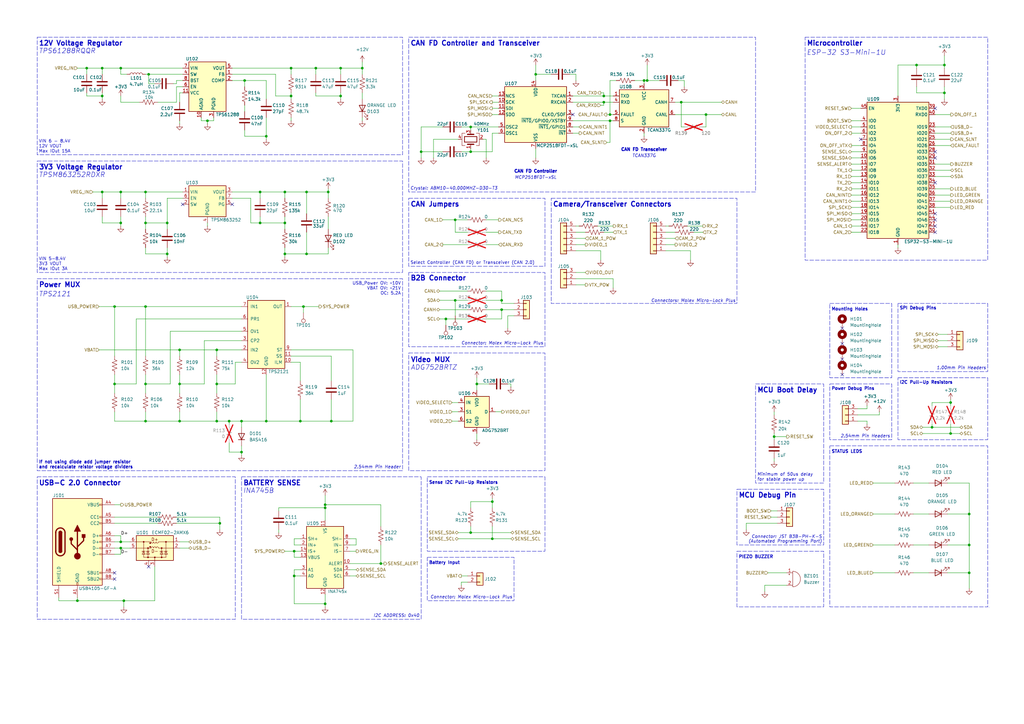
<source format=kicad_sch>
(kicad_sch (version 20231120) (generator "eeschema") (generator_version "8.0")
  (paper "A3")
  (title_block (title "Stargazer Camera Board MK2.1") (date "2024-12-01") (rev "A") (company "Illinois Space Society") (comment 3 "Michael Griegel, Rohan Das, Shiv Bahl, Thomas McManamen") (comment 4 "Contributers: Annika Kmiecik, Charlie Fedder, Chethan Karandikar, Everitt C, Ishani Sahu,"))
  (lib_symbols
    (symbol "Analog_Switch:ADG752BRT"
      (property "Reference" "U" (at -5.08 7.62 0))
      (property "Value" "ADG752BRT" (at 7.62 -7.62 0))
      (symbol "ADG752BRT_1_1"
        (pin bidirectional line (at 7.62 0 180) (length 2.54) (name "D") (number "1"))
        (pin power_in line (at 0 8.89 270) (length 2.54) (name "VDD") (number "2"))
        (pin bidirectional line (at -7.62 0 0) (length 2.54) (name "S1") (number "3"))
        (pin input line (at -7.62 3.81 0) (length 2.54) (name "IN") (number "4"))
        (pin power_in line (at 0 -8.89 90) (length 2.54) (name "GND") (number "5"))
        (pin bidirectional line (at -7.62 -3.81 0) (length 2.54) (name "S2") (number "6"))
      )
    )
    (symbol "Connector:TestPoint" (pin_numbers hide) (pin_names (offset 0.762) hide)
      (property "Reference" "TP" (at 0 6.858 0))
      (property "Value" "TestPoint" (at 0 5.08 0))
      (symbol "TestPoint_1_1"
        (pin passive line (at 0 0 90) (length 2.54) (name "1") (number "1"))
      )
    )
    (symbol "Connector:USB_C_Receptacle_USB2.0" (pin_names (offset 1.016))
      (property "Reference" "J1" (at 0 21.59 0))
      (property "Value" "USB_C_Receptacle_USB2.0" (at 0 19.05 0))
      (symbol "USB_C_Receptacle_USB2.0_1_1"
        (pin passive line (at 0 -22.86 90) (length 5.08) (name "GND") (number "A1"))
        (pin passive line (at 0 -22.86 90) (length 5.08) hide (name "GND") (number "A12"))
        (pin passive line (at 15.24 15.24 180) (length 5.08) (name "VBUS") (number "A4"))
        (pin bidirectional line (at 15.24 10.16 180) (length 5.08) (name "CC1") (number "A5"))
        (pin bidirectional line (at 15.24 2.54 180) (length 5.08) (name "D+") (number "A6"))
        (pin bidirectional line (at 15.24 -2.54 180) (length 5.08) (name "D-") (number "A7"))
        (pin bidirectional line (at 15.24 -12.7 180) (length 5.08) (name "SBU1") (number "A8"))
        (pin passive line (at 15.24 15.24 180) (length 5.08) hide (name "VBUS") (number "A9"))
        (pin passive line (at 0 -22.86 90) (length 5.08) hide (name "GND") (number "B1"))
        (pin passive line (at 0 -22.86 90) (length 5.08) hide (name "GND") (number "B12"))
        (pin passive line (at 15.24 15.24 180) (length 5.08) hide (name "VBUS") (number "B4"))
        (pin bidirectional line (at 15.24 7.62 180) (length 5.08) (name "CC2") (number "B5"))
        (pin bidirectional line (at 15.24 0 180) (length 5.08) (name "D+") (number "B6"))
        (pin bidirectional line (at 15.24 -5.08 180) (length 5.08) (name "D-") (number "B7"))
        (pin bidirectional line (at 15.24 -15.24 180) (length 5.08) (name "SBU2") (number "B8"))
        (pin passive line (at 15.24 15.24 180) (length 5.08) hide (name "VBUS") (number "B9"))
        (pin passive line (at -7.62 -22.86 90) (length 5.08) (name "SHIELD") (number "S1"))
      )
    )
    (symbol "Connector_Generic:Conn_01x02" (pin_names (offset 1.016) hide)
      (property "Reference" "J" (at 0 2.54 0))
      (property "Value" "Conn_01x02" (at 0 -5.08 0))
      (symbol "Conn_01x02_1_1"
        (pin passive line (at -5.08 0 0) (length 3.81) (name "Pin_1") (number "1"))
        (pin passive line (at -5.08 -2.54 0) (length 3.81) (name "Pin_2") (number "2"))
      )
    )
    (symbol "Connector_Generic:Conn_01x03" (pin_names (offset 1.016) hide)
      (property "Reference" "J" (at 0 5.08 0))
      (property "Value" "Conn_01x03" (at 0 -5.08 0))
      (symbol "Conn_01x03_1_1"
        (pin passive line (at -5.08 2.54 0) (length 3.81) (name "Pin_1") (number "1"))
        (pin passive line (at -5.08 0 0) (length 3.81) (name "Pin_2") (number "2"))
        (pin passive line (at -5.08 -2.54 0) (length 3.81) (name "Pin_3") (number "3"))
      )
    )
    (symbol "Connector_Generic:Conn_01x05" (pin_names (offset 1.016) hide)
      (property "Reference" "J" (at 0 7.62 0))
      (property "Value" "Conn_01x05" (at 0 -7.62 0))
      (symbol "Conn_01x05_1_1"
        (pin passive line (at -5.08 5.08 0) (length 3.81) (name "Pin_1") (number "1"))
        (pin passive line (at -5.08 2.54 0) (length 3.81) (name "Pin_2") (number "2"))
        (pin passive line (at -5.08 0 0) (length 3.81) (name "Pin_3") (number "3"))
        (pin passive line (at -5.08 -2.54 0) (length 3.81) (name "Pin_4") (number "4"))
        (pin passive line (at -5.08 -5.08 0) (length 3.81) (name "Pin_5") (number "5"))
      )
    )
    (symbol "Device:Buzzer" (pin_names (offset 0.0254) hide)
      (property "Reference" "BZ" (at 3.81 1.27 0))
      (property "Value" "Buzzer" (at 3.81 -1.27 0))
      (symbol "Buzzer_1_1"
        (pin passive line (at -2.54 2.54 0) (length 2.54) (name "-") (number "1"))
        (pin passive line (at -2.54 -2.54 0) (length 2.54) (name "+") (number "2"))
      )
    )
    (symbol "Device:C" (pin_numbers hide) (pin_names (offset 0.254))
      (property "Reference" "C" (at 0.635 2.54 0))
      (property "Value" "C" (at 0.635 -2.54 0))
      (symbol "C_1_1"
        (pin passive line (at 0 3.81 270) (length 2.794) (name "~") (number "1"))
        (pin passive line (at 0 -3.81 90) (length 2.794) (name "~") (number "2"))
      )
    )
    (symbol "Device:Crystal_GND24" (pin_names (offset 1.016) hide)
      (property "Reference" "Y" (at 3.175 5.08 0))
      (property "Value" "Crystal_GND24" (at 3.175 3.175 0))
      (symbol "Crystal_GND24_1_1"
        (pin passive line (at -3.81 0 0) (length 1.27) (name "1") (number "1"))
        (pin passive line (at 0 5.08 270) (length 1.27) (name "2") (number "2"))
        (pin passive line (at 3.81 0 180) (length 1.27) (name "3") (number "3"))
        (pin passive line (at 0 -5.08 90) (length 1.27) (name "4") (number "4"))
      )
    )
    (symbol "Device:D" (pin_numbers hide) (pin_names (offset 1.016) hide)
      (property "Reference" "D" (at 0 2.54 0))
      (property "Value" "D" (at 0 -2.54 0))
      (symbol "D_1_1"
        (pin passive line (at -3.81 0 0) (length 2.54) (name "K") (number "1"))
        (pin passive line (at 3.81 0 180) (length 2.54) (name "A") (number "2"))
      )
    )
    (symbol "Device:L" (pin_numbers hide) (pin_names (offset 1.016) hide)
      (property "Reference" "L" (at -1.27 0 90))
      (property "Value" "L" (at 1.905 0 90))
      (symbol "L_1_1"
        (pin passive line (at 0 3.81 270) (length 1.27) (name "1") (number "1"))
        (pin passive line (at 0 -3.81 90) (length 1.27) (name "2") (number "2"))
      )
    )
    (symbol "Device:LED" (pin_numbers hide) (pin_names (offset 1.016) hide)
      (property "Reference" "D" (at 0 2.54 0))
      (property "Value" "LED" (at 0 -2.54 0))
      (symbol "LED_1_1"
        (pin passive line (at -3.81 0 0) (length 2.54) (name "K") (number "1"))
        (pin passive line (at 3.81 0 180) (length 2.54) (name "A") (number "2"))
      )
    )
    (symbol "Device:R_US" (pin_numbers hide) (pin_names (offset 0))
      (property "Reference" "R" (at 2.54 0 90))
      (property "Value" "R_US" (at -2.54 0 90))
      (symbol "R_US_1_1"
        (pin passive line (at 0 3.81 270) (length 1.27) (name "~") (number "1"))
        (pin passive line (at 0 -3.81 90) (length 1.27) (name "~") (number "2"))
      )
    )
    (symbol "GND_1" (power) (pin_numbers hide) (pin_names (offset 0) hide)
      (property "Value" "GND" (at 0 -3.81 0))
      (symbol "GND_1_1_1"
        (pin power_in line (at 0 0 270) (length 0) (name "~") (number "1"))
      )
    )
    (symbol "INA745x_1"
      (property "Reference" "U" (at -7.112 13.97 0))
      (property "Value" "INA745x" (at 5.08 -13.97 0))
      (symbol "INA745x_1_1_1"
        (pin output line (at -10.16 7.62 0) (length 2.54) (name "SH+") (number "1"))
        (pin output line (at 10.16 -2.54 180) (length 2.54) (name "ALERT") (number "10"))
        (pin power_in line (at 0 15.24 270) (length 2.54) (name "VS") (number "11"))
        (pin power_out line (at 0 -15.24 90) (length 2.54) (name "GND") (number "12"))
        (pin input line (at -10.16 0 0) (length 2.54) (name "VBUS") (number "13"))
        (pin input line (at -10.16 2.54 0) (length 2.54) (name "IS+") (number "14"))
        (pin input line (at -10.16 5.08 0) (length 2.54) (name "IN+") (number "2"))
        (pin input line (at -10.16 -5.08 0) (length 2.54) (name "A1") (number "3"))
        (pin input line (at -10.16 -7.62 0) (length 2.54) (name "A0") (number "4"))
        (pin bidirectional line (at 10.16 -5.08 180) (length 2.54) (name "SDA") (number "5"))
        (pin input line (at 10.16 -7.62 180) (length 2.54) (name "SCL") (number "6"))
        (pin input line (at 10.16 2.54 180) (length 2.54) (name "IS-") (number "7"))
        (pin output line (at 10.16 7.62 180) (length 2.54) (name "SH-") (number "8"))
        (pin input line (at 10.16 5.08 180) (length 2.54) (name "IN-") (number "9"))
      )
    )
    (symbol "Interface_CAN_LIN:TCAN337G"
      (property "Reference" "U" (at -10.16 8.89 0))
      (property "Value" "TCAN337G" (at 2.54 8.89 0))
      (symbol "TCAN337G_1_1"
        (pin input line (at -12.7 5.08 0) (length 2.54) (name "TXD") (number "1"))
        (pin power_in line (at 0 -10.16 90) (length 2.54) (name "GND") (number "2"))
        (pin power_in line (at 0 10.16 270) (length 2.54) (name "VCC") (number "3"))
        (pin tri_state line (at -12.7 2.54 0) (length 2.54) (name "RXD") (number "4"))
        (pin open_collector line (at -12.7 -2.54 0) (length 2.54) (name "FAULT") (number "5"))
        (pin bidirectional line (at 12.7 -2.54 180) (length 2.54) (name "CANL") (number "6"))
        (pin bidirectional line (at 12.7 2.54 180) (length 2.54) (name "CANH") (number "7"))
        (pin input line (at -12.7 -5.08 0) (length 2.54) (name "S") (number "8"))
      )
    )
    (symbol "Interface_CAN_Microchip:MCP2518FDT-xSL" (pin_names (offset 0.254))
      (property "Reference" "U" (at -11.43 12.7 0))
      (property "Value" "MCP2518FDT-xSL" (at 10.16 -12.7 0))
      (symbol "MCP2518FDT-xSL_1_1"
        (pin output line (at 15.24 7.62 180) (length 2.54) (name "TXCAN") (number "1"))
        (pin input line (at -15.24 5.08 0) (length 2.54) (name "SCK") (number "10"))
        (pin input line (at -15.24 2.54 0) (length 2.54) (name "SDI") (number "11"))
        (pin output line (at -15.24 0 0) (length 2.54) (name "SDO") (number "12"))
        (pin input line (at -15.24 7.62 0) (length 2.54) (name "NCS") (number "13"))
        (pin power_in line (at 0 13.97 270) (length 2.54) (name "VDD") (number "14"))
        (pin input line (at 15.24 5.08 180) (length 2.54) (name "RXCAN") (number "2"))
        (pin output line (at 15.24 0 180) (length 2.54) (name "CLKO/SOF") (number "3"))
        (pin output line (at 15.24 -7.62 180) (length 2.54) (name "~{INT}") (number "4"))
        (pin output line (at -15.24 -5.08 0) (length 2.54) (name "OSC2") (number "5"))
        (pin input line (at -15.24 -7.62 0) (length 2.54) (name "OSC1") (number "6"))
        (pin power_in line (at 0 -13.97 90) (length 2.54) (name "VSS") (number "7"))
        (pin bidirectional line (at 15.24 -5.08 180) (length 2.54) (name "~{INT1}/GPIO1") (number "8"))
        (pin bidirectional line (at 15.24 -2.54 180) (length 2.54) (name "~{INT0}/GPIO0/XSTBY") (number "9"))
      )
    )
    (symbol "Mechanical:MountingHole_Pad" (pin_numbers hide) (pin_names (offset 1.016) hide)
      (property "Reference" "H" (at 0 6.35 0))
      (property "Value" "MountingHole_Pad" (at 0 4.445 0))
      (symbol "MountingHole_Pad_1_1"
        (pin input line (at 0 -2.54 90) (length 2.54) (name "1") (number "1"))
      )
    )
    (symbol "Power_MUX:TPS2121" (pin_names (offset 1.016))
      (property "Reference" "U4" (at -6.35 16.51 0))
      (property "Value" "TPS2121" (at 5.08 -16.51 0))
      (symbol "TPS2121_0_0"
        (pin output line (at 10.16 -10.16 180) (length 2.54) (name "ILM") (number "10"))
        (pin output line (at 10.16 -7.62 180) (length 2.54) (name "SS") (number "11"))
        (pin power_in line (at 0 -15.24 90) (length 2.54) (name "GND") (number "12"))
        (pin power_in line (at -10.16 -5.08 0) (length 2.54) (name "IN2") (number "2"))
        (pin input line (at -10.16 -1.27 0) (length 2.54) (name "CP2") (number "3"))
        (pin input line (at -10.16 -10.16 0) (length 2.54) (name "OV2") (number "4"))
        (pin input line (at -10.16 2.54 0) (length 2.54) (name "OV1") (number "5"))
        (pin input line (at -10.16 7.62 0) (length 2.54) (name "PR1") (number "6"))
        (pin power_in line (at -10.16 12.7 0) (length 2.54) (name "IN1") (number "7"))
        (pin output line (at 10.16 -5.08 180) (length 2.54) (name "ST") (number "9"))
      )
      (symbol "TPS2121_1_0"
        (pin power_out line (at 10.16 12.7 180) (length 2.54) (name "OUT") (number "1"))
        (pin power_out line (at 10.16 12.7 180) (length 2.54) hide (name "OUT") (number "8"))
      )
    )
    (symbol "Power_Protection:ECMF02-2AMX6" (pin_names (offset 0.0254) hide)
      (property "Reference" "U" (at 0 10.16 0))
      (property "Value" "ECMF02-2AMX6" (at 0 7.62 0))
      (symbol "ECMF02-2AMX6_0_1"
        (text "D+" (at 0 3.556 0) (effects (font (size 1.27 1.27))))
        (text "D-" (at 0 -1.27 0) (effects (font (size 1.27 1.27))))
      )
      (symbol "ECMF02-2AMX6_1_1"
        (pin passive line (at -10.16 2.54 0) (length 2.54) (name "D+_in") (number "1"))
        (pin passive line (at -10.16 0 0) (length 2.54) (name "D-_in") (number "2"))
        (pin power_in line (at 0 -7.62 90) (length 2.54) (name "GND") (number "3"))
        (pin free line (at 2.54 -7.62 90) (length 2.54) (name "NC") (number "4"))
        (pin passive line (at 10.16 0 180) (length 2.54) (name "D-_out") (number "5"))
        (pin passive line (at 10.16 2.54 180) (length 2.54) (name "D+_out") (number "6"))
      )
    )
    (symbol "RF_Module:ESP32-S3-MINI-1U"
      (property "Reference" "U" (at -11.43 29.21 0))
      (property "Value" "ESP32-S3-MINI-1U" (at 12.7 29.21 0))
      (symbol "ESP32-S3-MINI-1U_1_1"
        (pin power_in line (at 0 -30.48 90) (length 2.54) (name "GND") (number "1"))
        (pin bidirectional line (at -15.24 5.08 0) (length 2.54) (name "IO6") (number "10"))
        (pin bidirectional line (at -15.24 2.54 0) (length 2.54) (name "IO7") (number "11"))
        (pin bidirectional line (at -15.24 0 0) (length 2.54) (name "IO8") (number "12"))
        (pin bidirectional line (at -15.24 -2.54 0) (length 2.54) (name "IO9") (number "13"))
        (pin bidirectional line (at -15.24 -5.08 0) (length 2.54) (name "IO10") (number "14"))
        (pin bidirectional line (at -15.24 -7.62 0) (length 2.54) (name "IO11") (number "15"))
        (pin bidirectional line (at -15.24 -10.16 0) (length 2.54) (name "IO12") (number "16"))
        (pin bidirectional line (at -15.24 -12.7 0) (length 2.54) (name "IO13") (number "17"))
        (pin bidirectional line (at -15.24 -15.24 0) (length 2.54) (name "IO14") (number "18"))
        (pin bidirectional line (at -15.24 -17.78 0) (length 2.54) (name "IO15") (number "19"))
        (pin passive line (at 0 -30.48 90) (length 2.54) hide (name "GND") (number "2"))
        (pin bidirectional line (at -15.24 -20.32 0) (length 2.54) (name "IO16") (number "20"))
        (pin bidirectional line (at -15.24 -22.86 0) (length 2.54) (name "IO17") (number "21"))
        (pin bidirectional line (at -15.24 -25.4 0) (length 2.54) (name "IO18") (number "22"))
        (pin bidirectional line (at 15.24 17.78 180) (length 2.54) (name "IO19") (number "23"))
        (pin bidirectional line (at 15.24 15.24 180) (length 2.54) (name "IO20") (number "24"))
        (pin bidirectional line (at 15.24 12.7 180) (length 2.54) (name "IO21") (number "25"))
        (pin bidirectional line (at 15.24 10.16 180) (length 2.54) (name "IO26") (number "26"))
        (pin bidirectional line (at 15.24 -22.86 180) (length 2.54) (name "IO47") (number "27"))
        (pin bidirectional line (at 15.24 7.62 180) (length 2.54) (name "IO33") (number "28"))
        (pin bidirectional line (at 15.24 5.08 180) (length 2.54) (name "IO34") (number "29"))
        (pin power_in line (at 0 30.48 270) (length 2.54) (name "3V3") (number "3"))
        (pin bidirectional line (at 15.24 -25.4 180) (length 2.54) (name "IO48") (number "30"))
        (pin bidirectional line (at 15.24 2.54 180) (length 2.54) (name "IO35") (number "31"))
        (pin bidirectional line (at 15.24 0 180) (length 2.54) (name "IO36") (number "32"))
        (pin bidirectional line (at 15.24 -2.54 180) (length 2.54) (name "IO37") (number "33"))
        (pin bidirectional line (at 15.24 -5.08 180) (length 2.54) (name "IO38") (number "34"))
        (pin bidirectional line (at 15.24 -7.62 180) (length 2.54) (name "IO39") (number "35"))
        (pin bidirectional line (at 15.24 -10.16 180) (length 2.54) (name "IO40") (number "36"))
        (pin bidirectional line (at 15.24 -12.7 180) (length 2.54) (name "IO41") (number "37"))
        (pin bidirectional line (at 15.24 -15.24 180) (length 2.54) (name "IO42") (number "38"))
        (pin bidirectional line (at 15.24 25.4 180) (length 2.54) (name "TXD0") (number "39"))
        (pin bidirectional line (at -15.24 20.32 0) (length 2.54) (name "IO0") (number "4"))
        (pin bidirectional line (at 15.24 22.86 180) (length 2.54) (name "RXD0") (number "40"))
        (pin bidirectional line (at 15.24 -17.78 180) (length 2.54) (name "IO45") (number "41"))
        (pin passive line (at 0 -30.48 90) (length 2.54) hide (name "GND") (number "42"))
        (pin passive line (at 0 -30.48 90) (length 2.54) hide (name "GND") (number "43"))
        (pin bidirectional line (at 15.24 -20.32 180) (length 2.54) (name "IO46") (number "44"))
        (pin input line (at -15.24 25.4 0) (length 2.54) (name "EN") (number "45"))
        (pin passive line (at 0 -30.48 90) (length 2.54) hide (name "GND") (number "46"))
        (pin passive line (at 0 -30.48 90) (length 2.54) hide (name "GND") (number "47"))
        (pin passive line (at 0 -30.48 90) (length 2.54) hide (name "GND") (number "48"))
        (pin passive line (at 0 -30.48 90) (length 2.54) hide (name "GND") (number "49"))
        (pin bidirectional line (at -15.24 17.78 0) (length 2.54) (name "IO1") (number "5"))
        (pin passive line (at 0 -30.48 90) (length 2.54) hide (name "GND") (number "50"))
        (pin passive line (at 0 -30.48 90) (length 2.54) hide (name "GND") (number "51"))
        (pin passive line (at 0 -30.48 90) (length 2.54) hide (name "GND") (number "52"))
        (pin passive line (at 0 -30.48 90) (length 2.54) hide (name "GND") (number "53"))
        (pin passive line (at 0 -30.48 90) (length 2.54) hide (name "GND") (number "54"))
        (pin passive line (at 0 -30.48 90) (length 2.54) hide (name "GND") (number "55"))
        (pin passive line (at 0 -30.48 90) (length 2.54) hide (name "GND") (number "56"))
        (pin passive line (at 0 -30.48 90) (length 2.54) hide (name "GND") (number "57"))
        (pin passive line (at 0 -30.48 90) (length 2.54) hide (name "GND") (number "58"))
        (pin passive line (at 0 -30.48 90) (length 2.54) hide (name "GND") (number "59"))
        (pin bidirectional line (at -15.24 15.24 0) (length 2.54) (name "IO2") (number "6"))
        (pin passive line (at 0 -30.48 90) (length 2.54) hide (name "GND") (number "60"))
        (pin passive line (at 0 -30.48 90) (length 2.54) hide (name "GND") (number "61"))
        (pin passive line (at 0 -30.48 90) (length 2.54) hide (name "GND") (number "62"))
        (pin passive line (at 0 -30.48 90) (length 2.54) hide (name "GND") (number "63"))
        (pin passive line (at 0 -30.48 90) (length 2.54) hide (name "GND") (number "64"))
        (pin passive line (at 0 -30.48 90) (length 2.54) hide (name "GND") (number "65"))
        (pin bidirectional line (at -15.24 12.7 0) (length 2.54) (name "IO3") (number "7"))
        (pin bidirectional line (at -15.24 10.16 0) (length 2.54) (name "IO4") (number "8"))
        (pin bidirectional line (at -15.24 7.62 0) (length 2.54) (name "IO5") (number "9"))
      )
    )
    (symbol "Regulator_Texas:TI_TPS61288"
      (property "Reference" "U" (at -6.985 11.43 0))
      (property "Value" "TPS61288" (at 8.255 -12.065 0))
      (symbol "TI_TPS61288_1_1"
        (pin unspecified line (at 10.16 5.08 180) (length 2.54) (name "FB") (number "1"))
        (pin power_in line (at -2.54 -12.7 90) (length 2.54) (name "AGND") (number "10"))
        (pin unspecified line (at -10.16 -2.54 0) (length 2.54) (name "VCC") (number "11"))
        (pin unspecified line (at 10.16 2.54 180) (length 2.54) (name "COMP") (number "2"))
        (pin power_in line (at 2.54 -12.7 90) (length 2.54) (name "PGND") (number "3"))
        (pin unspecified line (at -10.16 5.08 0) (length 2.54) (name "SW") (number "4"))
        (pin power_in line (at 10.16 7.62 180) (length 2.54) (name "VOUT") (number "5"))
        (pin input line (at -10.16 0 0) (length 2.54) (name "EN") (number "6"))
        (pin power_in line (at -10.16 7.62 0) (length 2.54) (name "VIN") (number "7"))
        (pin unspecified line (at -10.16 2.54 0) (length 2.54) (name "BST") (number "8"))
        (pin unspecified line (at -10.16 5.08 0) (length 2.54) hide (name "SW") (number "9"))
      )
    )
    (symbol "Regulator_Texas:TI_TPSM863252"
      (property "Reference" "U" (at -6.985 6.35 0))
      (property "Value" "TPSM863252" (at 7.62 -8.89 0))
      (symbol "TI_TPSM863252_1_1"
        (pin power_in line (at -10.16 2.54 0) (length 2.54) (name "VIN") (number "1"))
        (pin unspecified line (at -10.16 -2.54 0) (length 2.54) (name "SW") (number "2"))
        (pin power_in line (at 10.16 2.54 180) (length 2.54) (name "VOUT") (number "3"))
        (pin power_in line (at 0 -10.16 90) (length 2.54) (name "PGND") (number "4"))
        (pin open_collector line (at 10.16 -2.54 180) (length 2.54) (name "PG") (number "5"))
        (pin input line (at -10.16 0 0) (length 2.54) (name "EN") (number "6"))
        (pin unspecified line (at 10.16 0 180) (length 2.54) (name "FB") (number "7"))
      )
    )
    (symbol "TI_Quad_High_Side_Switch:PTPS274160ARLHR" (pin_names (offset 0.254))
      (property "Reference" "U" (at -16.256 29.21 0))
      (property "Value" "PTPS274160ARLHR" (at -16.256 26.924 0))
      (symbol "PTPS274160ARLHR_1_1"
        (pin input line (at -16.51 11.43 0) (length 2.54) (name "EN3") (number "1"))
        (pin unspecified line (at -3.81 -25.4 90) (length 2.54) (name "THER") (number "10"))
        (pin input line (at -16.51 -13.97 0) (length 2.54) (name "DIAG_EN") (number "11"))
        (pin unspecified line (at 16.51 -6.35 180) (length 2.54) (name "OUT4") (number "12"))
        (pin unspecified line (at 16.51 -8.89 180) (length 2.54) (name "OUT4") (number "13"))
        (pin unspecified line (at 16.51 1.27 180) (length 2.54) (name "OUT3") (number "14"))
        (pin unspecified line (at 16.51 -1.27 180) (length 2.54) (name "OUT3") (number "15"))
        (pin unspecified line (at 16.51 -16.51 180) (length 2.54) (name "NC") (number "16"))
        (pin power_in line (at 3.81 25.4 270) (length 2.54) (name "VS") (number "17"))
        (pin power_in line (at 1.27 25.4 270) (length 2.54) (name "VS") (number "18"))
        (pin power_in line (at -1.27 25.4 270) (length 2.54) (name "VS") (number "19"))
        (pin input line (at -16.51 8.89 0) (length 2.54) (name "EN4") (number "2"))
        (pin power_in line (at -3.81 25.4 270) (length 2.54) (name "VS") (number "20"))
        (pin unspecified line (at 16.51 -19.05 180) (length 2.54) (name "NC") (number "21"))
        (pin unspecified line (at 16.51 8.89 180) (length 2.54) (name "OUT2") (number "22"))
        (pin unspecified line (at 16.51 6.35 180) (length 2.54) (name "OUT2") (number "23"))
        (pin unspecified line (at 16.51 16.51 180) (length 2.54) (name "OUT1") (number "24"))
        (pin unspecified line (at 16.51 13.97 180) (length 2.54) (name "OUT1") (number "25"))
        (pin power_in line (at 1.27 -25.4 90) (length 2.54) (name "GND") (number "26"))
        (pin input line (at -16.51 16.51 0) (length 2.54) (name "EN1") (number "27"))
        (pin input line (at -16.51 13.97 0) (length 2.54) (name "EN2") (number "28"))
        (pin power_in line (at -1.27 -25.4 90) (length 2.54) (name "PowerPAD") (number "29"))
        (pin unspecified line (at -16.51 3.81 0) (length 2.54) (name "SEH") (number "3"))
        (pin unspecified line (at -16.51 1.27 0) (length 2.54) (name "SEL") (number "4"))
        (pin output line (at -16.51 -1.27 0) (length 2.54) (name "FAULT_N") (number "5"))
        (pin unspecified line (at -16.51 -3.81 0) (length 2.54) (name "CS") (number "6"))
        (pin unspecified line (at -16.51 -8.89 0) (length 2.54) (name "CL") (number "7"))
        (pin unspecified line (at 16.51 -13.97 180) (length 2.54) (name "NC") (number "8"))
        (pin power_in line (at 3.81 -25.4 90) (length 2.54) (name "GND") (number "9"))
      )
    )
    (symbol "power:+12V" (power) (pin_numbers hide) (pin_names (offset 0) hide)
      (property "Value" "+12V" (at 0 3.556 0))
      (symbol "+12V_1_1"
        (pin power_in line (at 0 0 90) (length 0) (name "~") (number "1"))
      )
    )
    (symbol "power:+3V3" (power) (pin_names (offset 0))
      (property "Value" "+3V3" (at 0 3.556 0))
      (symbol "+3V3_1_1"
        (pin power_in line (at 0 0 90) (length 0) hide (name "+3V3") (number "1"))
      )
    )
    (symbol "power:GND" (power) (pin_names (offset 0))
      (property "Value" "GND" (at 0 -3.81 0))
      (symbol "GND_1_1"
        (pin power_in line (at 0 0 270) (length 0) hide (name "GND") (number "1"))
      )
    )
  )
  (junction (at 139.7 27.94))
  (junction (at 250.19 46.99))
  (junction (at 205.74 123.19))
  (junction (at 387.35 26.67))
  (junction (at 265.43 33.02))
  (junction (at 68.58 91.44))
  (junction (at 124.46 125.73))
  (junction (at 375.92 26.67))
  (junction (at 182.88 130.81))
  (junction (at 279.4 41.91))
  (junction (at 247.65 39.37))
  (junction (at 59.69 91.44))
  (junction (at 85.09 49.53))
  (junction (at 193.04 52.07))
  (junction (at 205.74 127))
  (junction (at 389.89 165.1))
  (junction (at 35.56 27.94))
  (junction (at 193.04 62.23))
  (junction (at 119.38 27.94))
  (junction (at 133.35 208.28))
  (junction (at 129.54 27.94))
  (junction (at 264.16 33.02))
  (junction (at 59.69 157.48))
  (junction (at 317.5 179.07))
  (junction (at 41.91 27.94))
  (junction (at 502.92 55.88))
  (junction (at 455.93 60.96))
  (junction (at 73.66 143.51))
  (junction (at 59.69 172.72))
  (junction (at 139.7 39.37))
  (junction (at 88.9 157.48))
  (junction (at 100.33 33.02))
  (junction (at 494.03 63.5))
  (junction (at 133.35 247.65))
  (junction (at 201.93 220.98))
  (junction (at 93.98 172.72))
  (junction (at 491.49 63.5))
  (junction (at 472.44 95.25))
  (junction (at 148.59 27.94))
  (junction (at 49.53 224.79))
  (junction (at 473.71 95.25))
  (junction (at 247.65 41.91))
  (junction (at 106.68 91.44))
  (junction (at 452.12 83.82))
  (junction (at 41.91 78.74))
  (junction (at 73.66 172.72))
  (junction (at 88.9 143.51))
  (junction (at 59.69 78.74))
  (junction (at 49.53 78.74))
  (junction (at 156.21 231.14))
  (junction (at 491.49 25.4))
  (junction (at 116.84 91.44))
  (junction (at 491.49 48.26))
  (junction (at 474.98 95.25))
  (junction (at 99.06 172.72))
  (junction (at 120.65 236.22))
  (junction (at 491.49 55.88))
  (junction (at 289.56 46.99))
  (junction (at 397.51 210.82))
  (junction (at 46.99 157.48))
  (junction (at 397.51 223.52))
  (junction (at 133.35 207.01))
  (junction (at 116.84 104.14))
  (junction (at 474.98 38.1))
  (junction (at 46.99 125.73))
  (junction (at 491.49 36.83))
  (junction (at 49.53 91.44))
  (junction (at 90.17 214.63))
  (junction (at 31.75 246.38))
  (junction (at 389.89 177.8))
  (junction (at 135.89 172.72))
  (junction (at 455.93 63.5))
  (junction (at 123.19 172.72))
  (junction (at 49.53 222.25))
  (junction (at 59.69 125.73))
  (junction (at 201.93 205.74))
  (junction (at 88.9 172.72))
  (junction (at 250.19 49.53))
  (junction (at 134.62 78.74))
  (junction (at 68.58 104.14))
  (junction (at 99.06 185.42))
  (junction (at 480.06 25.4))
  (junction (at 73.66 157.48))
  (junction (at 116.84 78.74))
  (junction (at 195.58 157.48))
  (junction (at 109.22 172.72))
  (junction (at 125.73 104.14))
  (junction (at 172.72 62.23))
  (junction (at 455.93 78.74))
  (junction (at 106.68 78.74))
  (junction (at 193.04 218.44))
  (junction (at 219.71 30.48))
  (junction (at 125.73 78.74))
  (junction (at 109.22 55.88))
  (junction (at 387.35 38.1))
  (junction (at 186.69 123.19))
  (junction (at 511.81 48.26))
  (junction (at 186.69 90.17))
  (junction (at 50.8 246.38))
  (junction (at 49.53 27.94))
  (junction (at 397.51 234.95))
  (junction (at 472.44 38.1))
  (junction (at 41.91 39.37))
  (junction (at 119.38 39.37))
  (junction (at 120.65 226.06))
  (junction (at 60.96 30.48))
  (junction (at 382.27 175.26))
  (no_connect (at 383.54 74.93))
  (no_connect (at 383.54 64.77))
  (no_connect (at 490.22 71.12))
  (no_connect (at 46.99 234.95))
  (no_connect (at 353.06 57.15))
  (no_connect (at 60.96 232.41))
  (no_connect (at 383.54 62.23))
  (no_connect (at 457.2 66.04))
  (no_connect (at 490.22 78.74))
  (no_connect (at 383.54 92.71))
  (no_connect (at 345.44 134.62))
  (no_connect (at 383.54 44.45))
  (no_connect (at 345.44 140.97))
  (no_connect (at 383.54 95.25))
  (no_connect (at 457.2 68.58))
  (no_connect (at 383.54 87.63))
  (no_connect (at 345.44 153.67))
  (no_connect (at 490.22 83.82))
  (no_connect (at 383.54 90.17))
  (no_connect (at 74.93 83.82))
  (no_connect (at 490.22 73.66))
  (no_connect (at 234.95 46.99))
  (no_connect (at 345.44 147.32))
  (no_connect (at 490.22 81.28))
  (no_connect (at 95.25 83.82))
  (no_connect (at 46.99 237.49))
  (wire (pts (xy 250.19 46.99) (xy 250.19 33.02)))
  (wire (pts (xy 193.04 205.74) (xy 201.93 205.74)))
  (wire (pts (xy 387.35 22.86) (xy 387.35 26.67)))
  (wire (pts (xy 265.43 33.02) (xy 265.43 26.67)))
  (wire (pts (xy 49.53 78.74) (xy 59.69 78.74)))
  (wire (pts (xy 41.91 27.94) (xy 41.91 30.48)))
  (wire (pts (xy 88.9 168.91) (xy 88.9 172.72)))
  (wire (pts (xy 469.9 95.25) (xy 472.44 95.25)))
  (wire (pts (xy 116.84 101.6) (xy 116.84 104.14)))
  (wire (pts (xy 233.68 30.48) (xy 236.22 30.48)))
  (wire (pts (xy 49.53 207.01) (xy 46.99 207.01)))
  (wire (pts (xy 349.25 59.69) (xy 353.06 59.69)))
  (wire (pts (xy 133.35 248.92) (xy 133.35 247.65)))
  (wire (pts (xy 452.12 48.26) (xy 457.2 48.26)))
  (wire (pts (xy 494.03 63.5) (xy 514.35 63.5)))
  (wire (pts (xy 123.19 233.68) (xy 120.65 233.68)))
  (wire (pts (xy 349.25 74.93) (xy 353.06 74.93)))
  (wire (pts (xy 46.99 222.25) (xy 49.53 222.25)))
  (wire (pts (xy 59.69 78.74) (xy 59.69 81.28)))
  (wire (pts (xy 219.71 30.48) (xy 226.06 30.48)))
  (wire (pts (xy 480.06 25.4) (xy 480.06 26.67)))
  (wire (pts (xy 195.58 157.48) (xy 195.58 160.02)))
  (wire (pts (xy 349.25 72.39) (xy 353.06 72.39)))
  (wire (pts (xy 349.25 92.71) (xy 353.06 92.71)))
  (wire (pts (xy 440.69 53.34) (xy 444.5 53.34)))
  (wire (pts (xy 349.25 64.77) (xy 353.06 64.77)))
  (wire (pts (xy 49.53 88.9) (xy 49.53 91.44)))
  (wire (pts (xy 55.88 130.81) (xy 99.06 130.81)))
  (wire (pts (xy 68.58 104.14) (xy 68.58 101.6)))
  (wire (pts (xy 219.71 60.96) (xy 219.71 64.77)))
  (wire (pts (xy 102.87 91.44) (xy 102.87 81.28)))
  (wire (pts (xy 317.5 168.91) (xy 317.5 170.18)))
  (wire (pts (xy 375.92 26.67) (xy 375.92 27.94)))
  (wire (pts (xy 82.55 49.53) (xy 85.09 49.53)))
  (wire (pts (xy 116.84 78.74) (xy 125.73 78.74)))
  (wire (pts (xy 306.07 214.63) (xy 318.77 214.63)))
  (wire (pts (xy 133.35 207.01) (xy 133.35 203.2)))
  (wire (pts (xy 119.38 148.59) (xy 123.19 148.59)))
  (wire (pts (xy 156.21 207.01) (xy 133.35 207.01)))
  (wire (pts (xy 134.62 101.6) (xy 134.62 104.14)))
  (wire (pts (xy 189.23 240.03) (xy 189.23 238.76)))
  (wire (pts (xy 41.91 40.64) (xy 41.91 39.37)))
  (wire (pts (xy 389.89 54.61) (xy 383.54 54.61)))
  (wire (pts (xy 236.22 116.84) (xy 240.03 116.84)))
  (wire (pts (xy 186.69 95.25) (xy 191.77 95.25)))
  (wire (pts (xy 59.69 30.48) (xy 60.96 30.48)))
  (wire (pts (xy 109.22 153.67) (xy 109.22 172.72)))
  (wire (pts (xy 494.03 63.5) (xy 494.03 64.77)))
  (wire (pts (xy 389.89 69.85) (xy 383.54 69.85)))
  (wire (pts (xy 49.53 224.79) (xy 53.34 224.79)))
  (wire (pts (xy 502.92 55.88) (xy 514.35 55.88)))
  (wire (pts (xy 59.69 101.6) (xy 59.69 104.14)))
  (wire (pts (xy 480.06 36.83) (xy 491.49 36.83)))
  (wire (pts (xy 316.23 209.55) (xy 318.77 209.55)))
  (wire (pts (xy 234.95 41.91) (xy 247.65 41.91)))
  (wire (pts (xy 219.71 30.48) (xy 219.71 33.02)))
  (wire (pts (xy 351.79 167.64) (xy 355.6 167.64)))
  (wire (pts (xy 31.75 245.11) (xy 31.75 246.38)))
  (wire (pts (xy 265.43 33.02) (xy 264.16 33.02)))
  (wire (pts (xy 389.89 46.99) (xy 383.54 46.99)))
  (wire (pts (xy 472.44 95.25) (xy 472.44 90.17)))
  (wire (pts (xy 491.49 55.88) (xy 502.92 55.88)))
  (wire (pts (xy 186.69 123.19) (xy 191.77 123.19)))
  (wire (pts (xy 193.04 62.23) (xy 193.04 60.96)))
  (wire (pts (xy 156.21 215.9) (xy 156.21 207.01)))
  (wire (pts (xy 73.66 222.25) (xy 77.47 222.25)))
  (wire (pts (xy 250.19 58.42) (xy 250.19 49.53)))
  (wire (pts (xy 119.38 27.94) (xy 129.54 27.94)))
  (wire (pts (xy 193.04 52.07) (xy 189.23 52.07)))
  (wire (pts (xy 279.4 41.91) (xy 279.4 52.07)))
  (wire (pts (xy 349.25 87.63) (xy 353.06 87.63)))
  (wire (pts (xy 106.68 81.28) (xy 106.68 78.74)))
  (wire (pts (xy 99.06 148.59) (xy 96.52 148.59)))
  (wire (pts (xy 317.5 179.07) (xy 322.58 179.07)))
  (wire (pts (xy 397.51 223.52) (xy 388.62 223.52)))
  (wire (pts (xy 265.43 33.02) (xy 270.51 33.02)))
  (wire (pts (xy 73.66 50.8) (xy 73.66 49.53)))
  (wire (pts (xy 38.1 78.74) (xy 41.91 78.74)))
  (wire (pts (xy 189.23 238.76) (xy 191.77 238.76)))
  (wire (pts (xy 472.44 38.1) (xy 474.98 38.1)))
  (wire (pts (xy 289.56 46.99) (xy 289.56 52.07)))
  (wire (pts (xy 87.63 48.26) (xy 87.63 49.53)))
  (wire (pts (xy 389.89 177.8) (xy 378.46 177.8)))
  (wire (pts (xy 246.38 43.18) (xy 247.65 43.18)))
  (wire (pts (xy 185.42 168.91) (xy 187.96 168.91)))
  (wire (pts (xy 88.9 157.48) (xy 96.52 157.48)))
  (wire (pts (xy 264.16 33.02) (xy 264.16 34.29)))
  (wire (pts (xy 63.5 232.41) (xy 63.5 246.38)))
  (wire (pts (xy 106.68 91.44) (xy 116.84 91.44)))
  (wire (pts (xy 41.91 38.1) (xy 41.91 39.37)))
  (wire (pts (xy 148.59 30.48) (xy 148.59 27.94)))
  (wire (pts (xy 511.81 48.26) (xy 514.35 48.26)))
  (wire (pts (xy 383.54 67.31) (xy 389.89 67.31)))
  (wire (pts (xy 452.12 83.82) (xy 452.12 85.09)))
  (wire (pts (xy 148.59 49.53) (xy 148.59 48.26)))
  (wire (pts (xy 457.2 78.74) (xy 455.93 78.74)))
  (wire (pts (xy 248.92 58.42) (xy 250.19 58.42)))
  (wire (pts (xy 172.72 52.07) (xy 172.72 62.23)))
  (wire (pts (xy 201.93 41.91) (xy 204.47 41.91)))
  (wire (pts (xy 247.65 41.91) (xy 251.46 41.91)))
  (wire (pts (xy 46.99 224.79) (xy 49.53 224.79)))
  (wire (pts (xy 156.21 231.14) (xy 156.21 223.52)))
  (wire (pts (xy 99.06 139.7) (xy 83.82 139.7)))
  (wire (pts (xy 144.78 172.72) (xy 144.78 143.51)))
  (wire (pts (xy 205.74 119.38) (xy 205.74 123.19)))
  (wire (pts (xy 40.64 143.51) (xy 73.66 143.51)))
  (wire (pts (xy 100.33 43.18) (xy 100.33 45.72)))
  (wire (pts (xy 109.22 55.88) (xy 109.22 57.15)))
  (wire (pts (xy 199.39 130.81) (xy 205.74 130.81)))
  (wire (pts (xy 135.89 163.83) (xy 135.89 172.72)))
  (wire (pts (xy 387.35 27.94) (xy 387.35 26.67)))
  (wire (pts (xy 469.9 39.37) (xy 469.9 38.1)))
  (wire (pts (xy 491.49 21.59) (xy 491.49 25.4)))
  (wire (pts (xy 240.03 95.25) (xy 236.22 95.25)))
  (wire (pts (xy 133.35 207.01) (xy 133.35 208.28)))
  (wire (pts (xy 133.35 208.28) (xy 133.35 213.36)))
  (wire (pts (xy 189.23 236.22) (xy 191.77 236.22)))
  (wire (pts (xy 208.28 134.62) (xy 208.28 129.54)))
  (wire (pts (xy 72.39 41.91) (xy 72.39 35.56)))
  (wire (pts (xy 119.38 125.73) (xy 124.46 125.73)))
  (wire (pts (xy 276.86 46.99) (xy 289.56 46.99)))
  (wire (pts (xy 208.28 129.54) (xy 210.82 129.54)))
  (wire (pts (xy 384.81 139.7) (xy 388.62 139.7)))
  (wire (pts (xy 234.95 39.37) (xy 247.65 39.37)))
  (wire (pts (xy 41.91 78.74) (xy 41.91 81.28)))
  (wire (pts (xy 389.89 173.99) (xy 389.89 177.8)))
  (wire (pts (xy 397.51 198.12) (xy 388.62 198.12)))
  (wire (pts (xy 143.51 226.06) (xy 146.05 226.06)))
  (wire (pts (xy 99.06 185.42) (xy 99.06 186.69)))
  (wire (pts (xy 49.53 30.48) (xy 49.53 27.94)))
  (wire (pts (xy 455.93 63.5) (xy 457.2 63.5)))
  (wire (pts (xy 349.25 77.47) (xy 353.06 77.47)))
  (wire (pts (xy 49.53 91.44) (xy 49.53 92.71)))
  (wire (pts (xy 237.49 52.07) (xy 234.95 52.07)))
  (wire (pts (xy 73.66 224.79) (xy 77.47 224.79)))
  (wire (pts (xy 452.12 53.34) (xy 457.2 53.34)))
  (wire (pts (xy 472.44 38.1) (xy 472.44 39.37)))
  (wire (pts (xy 82.55 48.26) (xy 82.55 49.53)))
  (wire (pts (xy 491.49 55.88) (xy 491.49 58.42)))
  (wire (pts (xy 201.93 62.23) (xy 201.93 54.61)))
  (wire (pts (xy 251.46 118.11) (xy 251.46 114.3)))
  (wire (pts (xy 389.89 77.47) (xy 383.54 77.47)))
  (wire (pts (xy 73.66 157.48) (xy 73.66 161.29)))
  (wire (pts (xy 387.35 38.1) (xy 387.35 35.56)))
  (wire (pts (xy 73.66 143.51) (xy 73.66 146.05)))
  (wire (pts (xy 358.14 198.12) (xy 367.03 198.12)))
  (wire (pts (xy 186.69 129.54) (xy 186.69 123.19)))
  (wire (pts (xy 502.92 55.88) (xy 502.92 57.15)))
  (wire (pts (xy 397.51 223.52) (xy 397.51 210.82)))
  (wire (pts (xy 106.68 88.9) (xy 106.68 91.44)))
  (wire (pts (xy 455.93 78.74) (xy 455.93 83.82)))
  (wire (pts (xy 389.89 59.69) (xy 383.54 59.69)))
  (wire (pts (xy 205.74 123.19) (xy 199.39 123.19)))
  (wire (pts (xy 193.04 53.34) (xy 193.04 52.07)))
  (wire (pts (xy 60.96 34.29) (xy 63.5 34.29)))
  (wire (pts (xy 180.34 123.19) (xy 186.69 123.19)))
  (wire (pts (xy 477.52 95.25) (xy 477.52 90.17)))
  (wire (pts (xy 125.73 104.14) (xy 125.73 95.25)))
  (wire (pts (xy 219.71 26.67) (xy 219.71 30.48)))
  (wire (pts (xy 278.13 33.02) (xy 280.67 33.02)))
  (wire (pts (xy 382.27 175.26) (xy 378.46 175.26)))
  (wire (pts (xy 289.56 46.99) (xy 295.91 46.99)))
  (wire (pts (xy 124.46 125.73) (xy 130.81 125.73)))
  (wire (pts (xy 85.09 91.44) (xy 85.09 92.71)))
  (wire (pts (xy 201.93 39.37) (xy 204.47 39.37)))
  (wire (pts (xy 250.19 46.99) (xy 251.46 46.99)))
  (wire (pts (xy 180.34 119.38) (xy 191.77 119.38)))
  (wire (pts (xy 209.55 158.75) (xy 209.55 157.48)))
  (wire (pts (xy 375.92 38.1) (xy 387.35 38.1)))
  (wire (pts (xy 46.99 153.67) (xy 46.99 157.48)))
  (wire (pts (xy 93.98 185.42) (xy 99.06 185.42)))
  (wire (pts (xy 397.51 210.82) (xy 397.51 198.12)))
  (wire (pts (xy 41.91 78.74) (xy 49.53 78.74)))
  (wire (pts (xy 157.48 231.14) (xy 156.21 231.14)))
  (wire (pts (xy 129.54 39.37) (xy 139.7 39.37)))
  (wire (pts (xy 60.96 30.48) (xy 74.93 30.48)))
  (wire (pts (xy 276.86 97.79) (xy 273.05 97.79)))
  (wire (pts (xy 209.55 157.48) (xy 208.28 157.48)))
  (wire (pts (xy 288.29 95.25) (xy 284.48 95.25)))
  (wire (pts (xy 201.93 46.99) (xy 204.47 46.99)))
  (wire (pts (xy 240.03 97.79) (xy 236.22 97.79)))
  (wire (pts (xy 264.16 55.88) (xy 264.16 54.61)))
  (wire (pts (xy 72.39 34.29) (xy 72.39 33.02)))
  (wire (pts (xy 473.71 95.25) (xy 474.98 95.25)))
  (wire (pts (xy 95.25 33.02) (xy 100.33 33.02)))
  (wire (pts (xy 397.51 210.82) (xy 388.62 210.82)))
  (wire (pts (xy 349.25 80.01) (xy 353.06 80.01)))
  (wire (pts (xy 123.19 163.83) (xy 123.19 172.72)))
  (wire (pts (xy 201.93 205.74) (xy 201.93 208.28)))
  (wire (pts (xy 490.22 66.04) (xy 491.49 66.04)))
  (wire (pts (xy 452.12 74.93) (xy 452.12 73.66)))
  (wire (pts (xy 93.98 172.72) (xy 93.98 173.99)))
  (wire (pts (xy 490.22 48.26) (xy 491.49 48.26)))
  (wire (pts (xy 100.33 53.34) (xy 100.33 55.88)))
  (wire (pts (xy 397.51 234.95) (xy 397.51 223.52)))
  (wire (pts (xy 314.96 234.95) (xy 322.58 234.95)))
  (wire (pts (xy 389.89 57.15) (xy 383.54 57.15)))
  (wire (pts (xy 389.89 72.39) (xy 383.54 72.39)))
  (wire (pts (xy 199.39 95.25) (xy 204.47 95.25)))
  (wire (pts (xy 49.53 27.94) (xy 74.93 27.94)))
  (wire (pts (xy 368.3 26.67) (xy 368.3 39.37)))
  (wire (pts (xy 199.39 57.15) (xy 198.12 57.15)))
  (wire (pts (xy 490.22 50.8) (xy 491.49 50.8)))
  (wire (pts (xy 289.56 52.07) (xy 288.29 52.07)))
  (wire (pts (xy 139.7 27.94) (xy 148.59 27.94)))
  (wire (pts (xy 31.75 246.38) (xy 24.13 246.38)))
  (wire (pts (xy 46.99 212.09) (xy 64.77 212.09)))
  (wire (pts (xy 313.69 240.03) (xy 313.69 242.57)))
  (wire (pts (xy 123.19 172.72) (xy 135.89 172.72)))
  (wire (pts (xy 199.39 57.15) (xy 199.39 64.77)))
  (wire (pts (xy 349.25 69.85) (xy 353.06 69.85)))
  (wire (pts (xy 187.96 57.15) (xy 177.8 57.15)))
  (wire (pts (xy 96.52 148.59) (xy 96.52 157.48)))
  (wire (pts (xy 99.06 172.72) (xy 109.22 172.72)))
  (wire (pts (xy 349.25 52.07) (xy 353.06 52.07)))
  (wire (pts (xy 181.61 62.23) (xy 172.72 62.23)))
  (wire (pts (xy 99.06 182.88) (xy 99.06 185.42)))
  (wire (pts (xy 90.17 212.09) (xy 90.17 214.63)))
  (wire (pts (xy 139.7 38.1) (xy 139.7 39.37)))
  (wire (pts (xy 317.5 179.07) (xy 317.5 180.34)))
  (wire (pts (xy 236.22 30.48) (xy 236.22 33.02)))
  (wire (pts (xy 274.32 92.71) (xy 273.05 92.71)))
  (wire (pts (xy 186.69 90.17) (xy 191.77 90.17)))
  (wire (pts (xy 186.69 90.17) (xy 186.69 95.25)))
  (wire (pts (xy 95.25 78.74) (xy 106.68 78.74)))
  (wire (pts (xy 288.29 92.71) (xy 281.94 92.71)))
  (wire (pts (xy 41.91 88.9) (xy 41.91 91.44)))
  (wire (pts (xy 46.99 214.63) (xy 64.77 214.63)))
  (wire (pts (xy 59.69 88.9) (xy 59.69 91.44)))
  (wire (pts (xy 205.74 127) (xy 205.74 130.81)))
  (wire (pts (xy 349.25 54.61) (xy 353.06 54.61)))
  (wire (pts (xy 368.3 26.67) (xy 375.92 26.67)))
  (wire (pts (xy 114.3 208.28) (xy 114.3 209.55)))
  (wire (pts (xy 55.88 157.48) (xy 46.99 157.48)))
  (wire (pts (xy 68.58 81.28) (xy 74.93 81.28)))
  (wire (pts (xy 181.61 90.17) (xy 186.69 90.17)))
  (wire (pts (xy 199.39 127) (xy 205.74 127)))
  (wire (pts (xy 195.58 154.94) (xy 195.58 157.48)))
  (wire (pts (xy 146.05 223.52) (xy 146.05 220.98)))
  (wire (pts (xy 46.99 157.48) (xy 46.99 161.29)))
  (wire (pts (xy 251.46 114.3) (xy 236.22 114.3)))
  (wire (pts (xy 72.39 33.02) (xy 74.93 33.02)))
  (wire (pts (xy 248.92 46.99) (xy 250.19 46.99)))
  (wire (pts (xy 143.51 220.98) (xy 146.05 220.98)))
  (wire (pts (xy 124.46 128.27) (xy 124.46 125.73)))
  (wire (pts (xy 193.04 215.9) (xy 193.04 218.44)))
  (wire (pts (xy 389.89 165.1) (xy 389.89 166.37)))
  (wire (pts (xy 120.65 220.98) (xy 120.65 223.52)))
  (wire (pts (xy 457.2 55.88) (xy 455.93 55.88)))
  (wire (pts (xy 368.3 101.6) (xy 368.3 100.33)))
  (wire (pts (xy 511.81 58.42) (xy 511.81 57.15)))
  (wire (pts (xy 73.66 153.67) (xy 73.66 157.48)))
  (wire (pts (xy 59.69 172.72) (xy 73.66 172.72)))
  (wire (pts (xy 50.8 246.38) (xy 63.5 246.38)))
  (wire (pts (xy 134.62 77.47) (xy 134.62 78.74)))
  (wire (pts (xy 502.92 66.04) (xy 502.92 64.77)))
  (wire (pts (xy 139.7 27.94) (xy 139.7 30.48)))
  (wire (pts (xy 280.67 33.02) (xy 280.67 35.56)))
  (wire (pts (xy 349.25 49.53) (xy 353.06 49.53)))
  (wire (pts (xy 480.06 36.83) (xy 480.06 34.29)))
  (wire (pts (xy 276.86 41.91) (xy 279.4 41.91)))
  (wire (pts (xy 74.93 38.1) (xy 73.66 38.1)))
  (wire (pts (xy 317.5 187.96) (xy 317.5 189.23)))
  (wire (pts (xy 279.4 41.91) (xy 295.91 41.91)))
  (wire (pts (xy 88.9 172.72) (xy 93.98 172.72)))
  (wire (pts (xy 246.38 38.1) (xy 247.65 38.1)))
  (wire (pts (xy 180.34 127) (xy 191.77 127)))
  (wire (pts (xy 87.63 49.53) (xy 85.09 49.53)))
  (wire (pts (xy 116.84 81.28) (xy 116.84 78.74)))
  (wire (pts (xy 125.73 78.74) (xy 134.62 78.74)))
  (wire (pts (xy 116.84 88.9) (xy 116.84 91.44)))
  (wire (pts (xy 50.8 246.38) (xy 31.75 246.38)))
  (wire (pts (xy 187.96 220.98) (xy 201.93 220.98)))
  (wire (pts (xy 440.69 50.8) (xy 444.5 50.8)))
  (wire (pts (xy 374.65 210.82) (xy 381 210.82)))
  (wire (pts (xy 317.5 177.8) (xy 317.5 179.07)))
  (wire (pts (xy 306.07 214.63) (xy 306.07 217.17)))
  (wire (pts (xy 129.54 38.1) (xy 129.54 39.37)))
  (wire (pts (xy 185.42 165.1) (xy 187.96 165.1)))
  (wire (pts (xy 46.99 219.71) (xy 49.53 219.71)))
  (wire (pts (xy 143.51 231.14) (xy 156.21 231.14)))
  (wire (pts (xy 134.62 81.28) (xy 134.62 78.74)))
  (wire (pts (xy 236.22 111.76) (xy 240.03 111.76)))
  (wire (pts (xy 375.92 38.1) (xy 375.92 35.56)))
  (wire (pts (xy 35.56 39.37) (xy 41.91 39.37)))
  (wire (pts (xy 389.89 85.09) (xy 383.54 85.09)))
  (wire (pts (xy 260.35 33.02) (xy 264.16 33.02)))
  (wire (pts (xy 35.56 27.94) (xy 35.56 30.48)))
  (wire (pts (xy 109.22 172.72) (xy 123.19 172.72)))
  (wire (pts (xy 387.35 38.1) (xy 387.35 40.64)))
  (wire (pts (xy 440.69 48.26) (xy 444.5 48.26)))
  (wire (pts (xy 119.38 49.53) (xy 119.38 48.26)))
  (wire (pts (xy 182.88 130.81) (xy 191.77 130.81)))
  (wire (pts (xy 389.89 82.55) (xy 383.54 82.55)))
  (wire (pts (xy 247.65 43.18) (xy 247.65 41.91)))
  (wire (pts (xy 384.81 142.24) (xy 388.62 142.24)))
  (wire (pts (xy 469.9 90.17) (xy 469.9 95.25)))
  (wire (pts (xy 247.65 39.37) (xy 251.46 39.37)))
  (wire (pts (xy 181.61 100.33) (xy 191.77 100.33)))
  (wire (pts (xy 41.91 27.94) (xy 49.53 27.94)))
  (wire (pts (xy 139.7 40.64) (xy 139.7 39.37)))
  (wire (pts (xy 457.2 60.96) (xy 455.93 60.96)))
  (wire (pts (xy 46.99 172.72) (xy 59.69 172.72)))
  (wire (pts (xy 491.49 63.5) (xy 494.03 63.5)))
  (wire (pts (xy 119.38 27.94) (xy 119.38 30.48)))
  (wire (pts (xy 389.89 163.83) (xy 389.89 165.1)))
  (wire (pts (xy 382.27 166.37) (xy 382.27 165.1)))
  (wire (pts (xy 72.39 212.09) (xy 90.17 212.09)))
  (wire (pts (xy 41.91 91.44) (xy 49.53 91.44)))
  (wire (pts (xy 491.49 63.5) (xy 491.49 66.04)))
  (wire (pts (xy 46.99 125.73) (xy 59.69 125.73)))
  (wire (pts (xy 374.65 234.95) (xy 381 234.95)))
  (wire (pts (xy 358.14 210.82) (xy 367.03 210.82)))
  (wire (pts (xy 68.58 91.44) (xy 68.58 81.28)))
  (wire (pts (xy 135.89 146.05) (xy 135.89 156.21)))
  (wire (pts (xy 71.12 34.29) (xy 72.39 34.29)))
  (wire (pts (xy 491.49 48.26) (xy 511.81 48.26)))
  (wire (pts (xy 99.06 172.72) (xy 99.06 175.26)))
  (wire (pts (xy 355.6 172.72) (xy 351.79 172.72)))
  (wire (pts (xy 113.03 30.48) (xy 95.25 30.48)))
  (wire (pts (xy 95.25 81.28) (xy 102.87 81.28)))
  (wire (pts (xy 246.38 102.87) (xy 236.22 102.87)))
  (wire (pts (xy 69.85 157.48) (xy 69.85 135.89)))
  (wire (pts (xy 384.81 137.16) (xy 388.62 137.16)))
  (wire (pts (xy 491.49 36.83) (xy 491.49 39.37)))
  (wire (pts (xy 374.65 198.12) (xy 381 198.12)))
  (wire (pts (xy 490.22 58.42) (xy 491.49 58.42)))
  (wire (pts (xy 199.39 90.17) (xy 204.47 90.17)))
  (wire (pts (xy 64.77 41.91) (xy 72.39 41.91)))
  (wire (pts (xy 187.96 218.44) (xy 193.04 218.44)))
  (wire (pts (xy 59.69 168.91) (xy 59.69 172.72)))
  (wire (pts (xy 57.15 41.91) (xy 49.53 41.91)))
  (wire (pts (xy 133.35 243.84) (xy 133.35 247.65)))
  (wire (pts (xy 83.82 139.7) (xy 83.82 157.48)))
  (wire (pts (xy 279.4 52.07) (xy 280.67 52.07)))
  (wire (pts (xy 491.49 25.4) (xy 480.06 25.4)))
  (wire (pts (xy 195.58 180.34) (xy 195.58 177.8)))
  (wire (pts (xy 120.65 236.22) (xy 120.65 247.65)))
  (wire (pts (xy 349.25 44.45) (xy 353.06 44.45)))
  (wire (pts (xy 88.9 143.51) (xy 99.06 143.51)))
  (wire (pts (xy 73.66 168.91) (xy 73.66 172.72)))
  (wire (pts (xy 474.98 38.1) (xy 477.52 38.1)))
  (wire (pts (xy 120.65 233.68) (xy 120.65 236.22)))
  (wire (pts (xy 68.58 91.44) (xy 68.58 93.98)))
  (wire (pts (xy 125.73 78.74) (xy 125.73 87.63)))
  (wire (pts (xy 125.73 104.14) (xy 134.62 104.14)))
  (wire (pts (xy 469.9 38.1) (xy 472.44 38.1)))
  (wire (pts (xy 472.44 95.25) (xy 473.71 95.25)))
  (wire (pts (xy 455.93 63.5) (xy 455.93 78.74)))
  (wire (pts (xy 389.89 52.07) (xy 383.54 52.07)))
  (wire (pts (xy 455.93 55.88) (xy 455.93 60.96)))
  (wire (pts (xy 455.93 60.96) (xy 455.93 63.5)))
  (wire (pts (xy 387.35 26.67) (xy 375.92 26.67)))
  (wire (pts (xy 494.03 73.66) (xy 494.03 72.39)))
  (wire (pts (xy 452.12 82.55) (xy 452.12 83.82)))
  (wire (pts (xy 59.69 91.44) (xy 59.69 93.98)))
  (wire (pts (xy 349.25 67.31) (xy 353.06 67.31)))
  (wire (pts (xy 181.61 52.07) (xy 172.72 52.07)))
  (wire (pts (xy 205.74 124.46) (xy 210.82 124.46)))
  (wire (pts (xy 123.19 226.06) (xy 120.65 226.06)))
  (wire (pts (xy 490.22 63.5) (xy 491.49 63.5)))
  (wire (pts (xy 193.04 208.28) (xy 193.04 205.74)))
  (wire (pts (xy 109.22 48.26) (xy 109.22 55.88)))
  (wire (pts (xy 134.62 88.9) (xy 134.62 93.98)))
  (wire (pts (xy 246.38 106.68) (xy 246.38 102.87)))
  (wire (pts (xy 358.14 223.52) (xy 367.03 223.52)))
  (wire (pts (xy 397.51 234.95) (xy 388.62 234.95)))
  (wire (pts (xy 100.33 55.88) (xy 109.22 55.88)))
  (wire (pts (xy 69.85 135.89) (xy 99.06 135.89)))
  (wire (pts (xy 204.47 52.07) (xy 193.04 52.07)))
  (wire (pts (xy 68.58 104.14) (xy 68.58 105.41)))
  (wire (pts (xy 129.54 27.94) (xy 129.54 30.48)))
  (wire (pts (xy 204.47 54.61) (xy 201.93 54.61)))
  (wire (pts (xy 360.68 170.18) (xy 351.79 170.18)))
  (wire (pts (xy 382.27 165.1) (xy 389.89 165.1)))
  (wire (pts (xy 50.8 246.38) (xy 50.8 248.92)))
  (wire (pts (xy 477.52 38.1) (xy 477.52 39.37)))
  (wire (pts (xy 100.33 33.02) (xy 100.33 35.56)))
  (wire (pts (xy 88.9 143.51) (xy 88.9 146.05)))
  (wire (pts (xy 382.27 175.26) (xy 393.7 175.26)))
  (wire (pts (xy 119.38 146.05) (xy 135.89 146.05)))
  (wire (pts (xy 120.65 223.52) (xy 123.19 223.52)))
  (wire (pts (xy 491.49 48.26) (xy 491.49 50.8)))
  (wire (pts (xy 59.69 153.67) (xy 59.69 157.48)))
  (wire (pts (xy 201.93 62.23) (xy 193.04 62.23)))
  (wire (pts (xy 349.25 85.09) (xy 353.06 85.09)))
  (wire (pts (xy 116.84 104.14) (xy 125.73 104.14)))
  (wire (pts (xy 93.98 181.61) (xy 93.98 185.42)))
  (wire (pts (xy 205.74 127) (xy 210.82 127)))
  (wire (pts (xy 73.66 143.51) (xy 88.9 143.51)))
  (wire (pts (xy 120.65 226.06) (xy 116.84 226.06)))
  (wire (pts (xy 247.65 38.1) (xy 247.65 39.37)))
  (wire (pts (xy 59.69 157.48) (xy 69.85 157.48)))
  (wire (pts (xy 41.91 27.94) (xy 35.56 27.94)))
  (wire (pts (xy 182.88 133.35) (xy 182.88 130.81)))
  (wire (pts (xy 146.05 233.68) (xy 143.51 233.68)))
  (wire (pts (xy 201.93 220.98) (xy 209.55 220.98)))
  (wire (pts (xy 474.98 25.4) (xy 474.98 38.1)))
  (wire (pts (xy 358.14 234.95) (xy 367.03 234.95)))
  (wire (pts (xy 123.19 228.6) (xy 120.65 228.6)))
  (wire (pts (xy 511.81 48.26) (xy 511.81 49.53)))
  (wire (pts (xy 205.74 124.46) (xy 205.74 123.19)))
  (wire (pts (xy 143.51 223.52) (xy 146.05 223.52)))
  (wire (pts (xy 93.98 172.72) (xy 99.06 172.72)))
  (wire (pts (xy 480.06 25.4) (xy 474.98 25.4)))
  (wire (pts (xy 474.98 95.25) (xy 474.98 90.17)))
  (wire (pts (xy 193.04 62.23) (xy 189.23 62.23)))
  (wire (pts (xy 177.8 57.15) (xy 177.8 64.77)))
  (wire (pts (xy 59.69 78.74) (xy 74.93 78.74)))
  (wire (pts (xy 119.38 38.1) (xy 119.38 39.37)))
  (wire (pts (xy 474.98 95.25) (xy 477.52 95.25)))
  (wire (pts (xy 205.74 168.91) (xy 203.2 168.91)))
  (wire (pts (xy 322.58 240.03) (xy 313.69 240.03)))
  (wire (pts (xy 109.22 33.02) (xy 109.22 40.64)))
  (wire (pts (xy 491.49 26.67) (xy 491.49 25.4)))
  (wire (pts (xy 119.38 39.37) (xy 113.03 39.37)))
  (wire (pts (xy 193.04 218.44) (xy 209.55 218.44)))
  (wire (pts (xy 46.99 168.91) (xy 46.99 172.72)))
  (wire (pts (xy 55.88 130.81) (xy 55.88 157.48)))
  (wire (pts (xy 88.9 153.67) (xy 88.9 157.48)))
  (wire (pts (xy 60.96 30.48) (xy 60.96 34.29)))
  (wire (pts (xy 199.39 119.38) (xy 205.74 119.38)))
  (wire (pts (xy 90.17 214.63) (xy 90.17 217.17)))
  (wire (pts (xy 46.99 125.73) (xy 46.99 146.05)))
  (wire (pts (xy 72.39 35.56) (xy 74.93 35.56)))
  (wire (pts (xy 473.71 95.25) (xy 473.71 96.52)))
  (wire (pts (xy 491.49 36.83) (xy 491.49 34.29)))
  (wire (pts (xy 148.59 38.1) (xy 148.59 40.64)))
  (wire (pts (xy 349.25 90.17) (xy 353.06 90.17)))
  (wire (pts (xy 148.59 25.4) (xy 148.59 27.94)))
  (wire (pts (xy 360.68 168.91) (xy 360.68 170.18)))
  (wire (pts (xy 113.03 39.37) (xy 113.03 30.48)))
  (wire (pts (xy 236.22 100.33) (xy 240.03 100.33)))
  (wire (pts (xy 452.12 50.8) (xy 457.2 50.8)))
  (wire (pts (xy 185.42 172.72) (xy 187.96 172.72)))
  (wire (pts (xy 389.89 80.01) (xy 383.54 80.01)))
  (wire (pts (xy 49.53 41.91) (xy 49.53 39.37)))
  (wire (pts (xy 283.21 102.87) (xy 273.05 102.87)))
  (wire (pts (xy 355.6 167.64) (xy 355.6 166.37)))
  (wire (pts (xy 49.53 227.33) (xy 49.53 224.79)))
  (wire (pts (xy 59.69 157.48) (xy 59.69 161.29)))
  (wire (pts (xy 452.12 73.66) (xy 457.2 73.66)))
  (wire (pts (xy 73.66 38.1) (xy 73.66 41.91)))
  (wire (pts (xy 88.9 157.48) (xy 88.9 161.29)))
  (wire (pts (xy 123.19 220.98) (xy 120.65 220.98)))
  (wire (pts (xy 90.17 214.63) (xy 72.39 214.63)))
  (wire (pts (xy 120.65 247.65) (xy 133.35 247.65)))
  (wire (pts (xy 393.7 177.8) (xy 389.89 177.8)))
  (wire (pts (xy 129.54 27.94) (xy 139.7 27.94)))
  (wire (pts (xy 24.13 245.11) (xy 24.13 246.38)))
  (wire (pts (xy 201.93 215.9) (xy 201.93 220.98)))
  (wire (pts (xy 397.51 241.3) (xy 397.51 234.95)))
  (wire (pts (xy 355.6 172.72) (xy 355.6 173.99)))
  (wire (pts (xy 201.93 204.47) (xy 201.93 205.74)))
  (wire (pts (xy 251.46 92.71) (xy 245.11 92.71)))
  (wire (pts (xy 234.95 54.61) (xy 237.49 54.61)))
  (wire (pts (xy 250.19 49.53) (xy 251.46 49.53)))
  (wire (pts (xy 73.66 172.72) (xy 88.9 172.72)))
  (wire (pts (xy 199.39 100.33) (xy 204.47 100.33)))
  (wire (pts (xy 119.38 39.37) (xy 119.38 40.64)))
  (wire (pts (xy 283.21 106.68) (xy 283.21 102.87)))
  (wire (pts (xy 114.3 218.44) (xy 114.3 217.17)))
  (wire (pts (xy 114.3 208.28) (xy 133.35 208.28)))
  (wire (pts (xy 234.95 49.53) (xy 250.19 49.53)))
  (wire (pts (xy 180.34 130.81) (xy 182.88 130.81)))
  (wire (pts (xy 474.98 38.1) (xy 474.98 39.37)))
  (wire (pts (xy 120.65 226.06) (xy 120.65 228.6)))
  (wire (pts (xy 143.51 236.22) (xy 146.05 236.22)))
  (wire (pts (xy 251.46 95.25) (xy 247.65 95.25)))
  (wire (pts (xy 83.82 157.48) (xy 73.66 157.48)))
  (wire (pts (xy 116.84 91.44) (xy 116.84 93.98)))
  (wire (pts (xy 116.84 104.14) (xy 116.84 105.41)))
  (wire (pts (xy 52.07 30.48) (xy 49.53 30.48)))
  (wire (pts (xy 123.19 148.59) (xy 123.19 156.21)))
  (wire (pts (xy 201.93 44.45) (xy 204.47 44.45)))
  (wire (pts (xy 273.05 100.33) (xy 276.86 100.33)))
  (wire (pts (xy 59.69 125.73) (xy 99.06 125.73)))
  (wire (pts (xy 59.69 125.73) (xy 59.69 146.05)))
  (wire (pts (xy 49.53 78.74) (xy 49.53 81.28)))
  (wire (pts (xy 135.89 172.72) (xy 144.78 172.72)))
  (wire (pts (xy 455.93 83.82) (xy 452.12 83.82)))
  (wire (pts (xy 106.68 91.44) (xy 102.87 91.44)))
  (wire (pts (xy 59.69 104.14) (xy 68.58 104.14)))
  (wire (pts (xy 195.58 157.48) (xy 200.66 157.48)))
  (wire (pts (xy 316.23 212.09) (xy 318.77 212.09)))
  (wire (pts (xy 172.72 62.23) (xy 172.72 64.77)))
  (wire (pts (xy 106.68 78.74) (xy 116.84 78.74)))
  (wire (pts (xy 349.25 82.55) (xy 353.06 82.55)))
  (wire (pts (xy 120.65 236.22) (xy 123.19 236.22)))
  (wire (pts (xy 276.86 95.25) (xy 273.05 95.25)))
  (wire (pts (xy 49.53 219.71) (xy 49.53 222.25)))
  (wire (pts (xy 59.69 91.44) (xy 68.58 91.44)))
  (wire (pts (xy 349.25 95.25) (xy 353.06 95.25)))
  (wire (pts (xy 382.27 173.99) (xy 382.27 175.26)))
  (wire (pts (xy 85.09 50.8) (xy 85.09 49.53)))
  (wire (pts (xy 250.19 33.02) (xy 252.73 33.02)))
  (wire (pts (xy 40.64 125.73) (xy 46.99 125.73)))
  (wire (pts (xy 100.33 33.02) (xy 109.22 33.02)))
  (wire (pts (xy 374.65 223.52) (xy 381 223.52)))
  (wire (pts (xy 46.99 227.33) (xy 49.53 227.33)))
  (wire (pts (xy 31.75 27.94) (xy 35.56 27.94)))
  (wire (pts (xy 119.38 143.51) (xy 144.78 143.51)))
  (wire (pts (xy 49.53 222.25) (xy 53.34 222.25)))
  (wire (pts (xy 349.25 62.23) (xy 353.06 62.23)))
  (wire (pts (xy 237.49 92.71) (xy 236.22 92.71)))
  (wire (pts (xy 35.56 38.1) (xy 35.56 39.37)))
  (wire (pts (xy 490.22 55.88) (xy 491.49 55.88)))
  (wire (pts (xy 95.25 27.94) (xy 119.38 27.94)))
  (rectangle (start 309.88 157.48) (end 337.82 198.12) (stroke (width 0) (type dash)))
  (rectangle (start 340.36 182.88) (end 405.13 248.92) (stroke (width 0) (type dash)))
  (rectangle (start 167.64 111.76) (end 223.52 142.24) (stroke (width 0) (type dash)))
  (rectangle (start 15.24 66.04) (end 165.1 111.76) (stroke (width 0) (type dash)))
  (rectangle (start 426.085 15.24) (end 530.86 101.6) (stroke (width 0) (type dash)))
  (rectangle (start 99.06 195.58) (end 172.72 254) (stroke (width 0) (type dash)))
  (rectangle (start 302.26 226.06) (end 337.82 248.92) (stroke (width 0) (type dash)))
  (rectangle (start 167.64 15.24) (end 309.88 78.74) (stroke (width 0) (type dash)))
  (rectangle (start 175.26 195.58) (end 223.52 226.06) (stroke (width 0) (type dash)))
  (rectangle (start 330.2 15.24) (end 405.13 106.68) (stroke (width 0) (type dash)))
  (rectangle (start 167.64 144.78) (end 223.52 193.04) (stroke (width 0) (type dash)))
  (rectangle (start 368.3 124.46) (end 405.13 152.4) (stroke (width 0) (type dash)))
  (rectangle (start 15.24 195.58) (end 96.52 254) (stroke (width 0) (type dash)))
  (rectangle (start 15.24 114.3) (end 165.1 193.04) (stroke (width 0) (type dash)))
  (rectangle (start 368.3 154.94) (end 405.13 180.34) (stroke (width 0) (type dash)))
  (rectangle (start 15.24 15.24) (end 165.1 63.5) (stroke (width 0) (type dash)))
  (rectangle (start 405.638 249.174) (end 405.638 249.174))
  (rectangle (start 340.36 124.46) (end 365.76 154.94) (stroke (width 0) (type dash)))
  (rectangle (start 167.64 81.28) (end 223.52 109.22) (stroke (width 0) (type dash)))
  (rectangle (start 226.06 81.28) (end 302.26 124.46) (stroke (width 0) (type dash)))
  (rectangle (start 340.36 157.48) (end 365.76 180.34) (stroke (width 0) (type dash)))
  (rectangle (start 302.26 200.66) (end 337.82 223.52) (stroke (width 0) (type dash)))
  (rectangle (start 347.218 186.436) (end 347.218 186.436))
  (rectangle (start 175.26 228.6) (end 210.82 246.38) (stroke (width 0) (type dash)))
  (text "Current Limit: 2.94A" (at 426.466 101.346 0) (effects (font (size 1.27 1.27)) (justify left bottom)))
  (text "I2C Pull-Up Resistors" (at 368.935 156.21 0) (effects (font (size 1.27 1.27) (thickness 0.254) (bold yes)) (justify left top)))
  (text "MCP2518FDT-xSL" (at 219.71 73.66 0) (effects (font (size 1.27 1.27) (italic yes)) (justify bottom)))
  (text "3V3 Voltage Regulator" (at 15.875 69.85 0) (effects (font (size 2 2) (thickness 0.4) (bold yes)) (justify left bottom)))
  (text "Connectors: Molex Micro-Lock Plus" (at 301.752 124.206 0) (effects (font (size 1.27 1.27) (italic yes)) (justify right bottom)))
  (text "CAN FD Controller\n" (at 219.71 71.12 0) (effects (font (size 1.27 1.27) (thickness 0.4) (bold yes)) (justify bottom)))
  (text "BATTERY SENSE" (at 99.695 199.39 0) (effects (font (size 2 2) (thickness 0.4) (bold yes)) (justify left bottom)))
  (text "SPI Debug Pins\n\n" (at 368.935 125.73 0) (effects (font (size 1.27 1.27) (thickness 0.254) (bold yes)) (justify left top)))
  (text "B2B Connector" (at 168.275 113.03 0) (effects (font (size 2 2) (thickness 0.4) (bold yes)) (justify left top)))
  (text "Select Controller (CAN FD) or Transceiver (CAN 2.0)" (at 168.275 108.585 0) (effects (font (size 1.27 1.27)) (justify left bottom)))
  (text "MCU Debug Pin\n\n" (at 302.895 207.645 0) (effects (font (size 2 2) (thickness 0.4) (bold yes)) (justify left bottom)))
  (text "Sense I2C Pull-Up Resistors" (at 175.895 198.755 0) (effects (font (size 1.27 1.27) (thickness 0.254) (bold yes)) (justify left bottom)))
  (text "INA745B" (at 99.695 202.565 0) (effects (font (size 2 2) (italic yes)) (justify left bottom)))
  (text "CAN FD Controller and Transceiver" (at 168.275 19.05 0) (effects (font (size 2 2) (thickness 0.4) (bold yes)) (justify left bottom)))
  (text "Microcontroller" (at 330.835 19.05 0) (effects (font (size 2 2) (thickness 0.4) (bold yes)) (justify left bottom)))
  (text "TPS61288RQQR" (at 15.875 22.225 0) (effects (font (size 2 2) (italic yes)) (justify left bottom)))
  (text "CAN FD Transceiver\n" (at 264.16 62.23 0) (effects (font (size 1.27 1.27) (thickness 0.4) (bold yes)) (justify bottom)))
  (text "ADG752BRTZ" (at 168.402 152.019 0) (effects (font (size 2 2) (italic yes)) (justify left bottom)))
  (text "USB-C 2.0 Connector" (at 15.875 199.39 0) (effects (font (size 2 2) (thickness 0.4) (bold yes)) (justify left bottom)))
  (text "Camera Toggle" (at 426.72 19.05 0) (effects (font (size 2 2) (thickness 0.4) (bold yes)) (justify left bottom)))
  (text "Battery Input\n\n" (at 175.895 233.68 0) (effects (font (size 1.27 1.27) (thickness 0.254) (bold yes)) (justify left bottom)))
  (text "CAN Jumpers" (at 168.275 85.09 0) (effects (font (size 2 2) (thickness 0.4) (bold yes)) (justify left bottom)))
  (text "Mounting Holes" (at 340.995 127.635 0) (effects (font (size 1.27 1.27) (thickness 0.254) (bold yes)) (justify left bottom)))
  (text "VIN 6 - 8.4V\n12V VOUT\nMax IOut 15A" (at 15.875 62.865 0) (effects (font (size 1.27 1.27)) (justify left bottom)))
  (text "TPSM863252RDXR" (at 15.875 73.025 0) (effects (font (size 2 2) (italic yes)) (justify left bottom)))
  (text "1.00mm Pin Headers" (at 404.495 151.765 0) (effects (font (size 1.27 1.27) (italic yes)) (justify right bottom)))
  (text "Connector: Molex Micro-Lock Plus" (at 210.185 245.745 0) (effects (font (size 1.27 1.27) (italic yes)) (justify right bottom)))
  (text "Power Debug Pins" (at 340.995 158.75 0) (effects (font (size 1.27 1.27) (thickness 0.254) (bold yes)) (justify left top)))
  (text "Camera/Transceiver Connectors" (at 226.695 85.09 0) (effects (font (size 2 2) (thickness 0.4) (bold yes)) (justify left bottom)))
  (text "PIEZO BUZZER\n" (at 302.895 229.235 0) (effects (font (size 1.27 1.27) (thickness 0.254) (bold yes)) (justify left bottom)))
  (text "12V Voltage Regulator" (at 15.875 19.05 0) (effects (font (size 2 2) (thickness 0.4) (bold yes)) (justify left bottom)))
  (text "I2C ADDRESS: 0x40" (at 172.085 253.365 0) (effects (font (size 1.27 1.27) (italic yes)) (justify right bottom)))
  (text "STATUS LEDS\n" (at 340.995 186.055 0) (effects (font (size 1.27 1.27) (thickness 0.254) (bold yes)) (justify left bottom)))
  (text "2.54mm Pin Header" (at 164.465 192.405 0) (effects (font (size 1.27 1.27) (italic yes)) (justify right bottom)))
  (text "If not using diode add jumper resistor\nand recalculate reistor voltage dividers" (at 15.875 192.405 0) (effects (font (size 1.27 1.27) (bold yes)) (justify left bottom)))
  (text "VIN 5-8.4V\n3V3 VOUT\nMax IOut 3A" (at 15.875 111.125 0) (effects (font (size 1.27 1.27)) (justify left bottom)))
  (text "(Automated Programming Port)" (at 337.185 222.885 0) (effects (font (size 1.27 1.27) (italic yes)) (justify right bottom)))
  (text "Connector: JST B3B-PH-K-S" (at 337.185 220.98 0) (effects (font (size 1.27 1.27) (italic yes)) (justify right bottom)))
  (text "TPS274160B" (at 426.974 22.606 0) (effects (font (size 2 2) (italic yes)) (justify left bottom)))
  (text "Power MUX" (at 15.875 118.11 0) (effects (font (size 2 2) (thickness 0.4) (bold yes)) (justify left bottom)))
  (text "Crystal: ABM10-40.000MHZ-D30-T3" (at 168.275 78.105 0) (effects (font (size 1.27 1.27) (italic yes)) (justify left bottom)))
  (text "ESP-32 S3-Mini-1U\n" (at 330.835 22.86 0) (effects (font (size 2 2) (italic yes)) (justify left bottom)))
  (text "TCAN337G" (at 264.16 64.77 0) (effects (font (size 1.27 1.27) (italic yes)) (justify bottom)))
  (text "TPS2121" (at 15.875 121.92 0) (effects (font (size 2 2) (italic yes)) (justify left bottom)))
  (text "MCU Boot Delay" (at 310.515 161.29 0) (effects (font (size 2 2) (thickness 0.4) (bold yes)) (justify left bottom)))
  (text "USB_Power OV: ~10V\nVBAT OV: ~21V\nOC: 5.2A" (at 164.465 115.57 0) (effects (font (size 1.27 1.27)) (justify right top)))
  (text "Video MUX" (at 168.402 148.844 0) (effects (font (size 2 2) (thickness 0.4) (bold yes)) (justify left bottom)))
  (text "Connector: Molex Micro-Lock Plus" (at 222.885 141.605 0) (effects (font (size 1.27 1.27) (italic yes)) (justify right bottom)))
  (text "Minimum of 50us delay\nfor stable power up\n" (at 310.515 197.485 0) (effects (font (size 1.27 1.27) (italic yes)) (justify left bottom)))
  (text "2.54mm Pin Headers" (at 365.125 179.705 0) (effects (font (size 1.27 1.27) (italic yes)) (justify right bottom)))
  (label "D-" (at 49.53 227.33 0))
  (label "D+" (at 49.53 219.71 0))
  (hierarchical_label "ON_OFF_1" (shape input) (at 440.69 48.26 180))
  (hierarchical_label "RX_2" (shape output) (at 288.29 92.71 0))
  (hierarchical_label "SYS_POWER" (shape input) (at 116.84 226.06 180))
  (hierarchical_label "RX_1" (shape input) (at 349.25 72.39 180))
  (hierarchical_label "SDA" (shape bidirectional) (at 180.34 123.19 180))
  (hierarchical_label "SENSE_SCL" (shape bidirectional) (at 349.25 62.23 180))
  (hierarchical_label "SPI_MISO" (shape bidirectional) (at 384.81 139.7 180))
  (hierarchical_label "TX_1" (shape input) (at 251.46 95.25 0))
  (hierarchical_label "CAN_TXD" (shape output) (at 204.47 95.25 0))
  (hierarchical_label "USB_D+" (shape input) (at 389.89 54.61 0))
  (hierarchical_label "SPI_MOSI" (shape bidirectional) (at 384.81 142.24 180))
  (hierarchical_label "VBAT" (shape output) (at 189.23 236.22 180))
  (hierarchical_label "CAN_1" (shape output) (at 349.25 92.71 180))
  (hierarchical_label "SDA" (shape bidirectional) (at 378.46 175.26 180))
  (hierarchical_label "SPI_SCK" (shape input) (at 349.25 85.09 180))
  (hierarchical_label "CAN_NINT1" (shape bidirectional) (at 349.25 82.55 180))
  (hierarchical_label "VREG_IN" (shape input) (at 31.75 27.94 180))
  (hierarchical_label "SENSE_ALERT" (shape bidirectional) (at 349.25 67.31 180))
  (hierarchical_label "SENSE_SDA" (shape bidirectional) (at 146.05 233.68 0))
  (hierarchical_label "TX_1" (shape output) (at 349.25 69.85 180))
  (hierarchical_label "LED_GREEN" (shape output) (at 389.89 80.01 0))
  (hierarchical_label "CAN_TXD" (shape output) (at 246.38 38.1 180))
  (hierarchical_label "CAN_2" (shape input) (at 349.25 95.25 180))
  (hierarchical_label "SCL" (shape bidirectional) (at 393.7 177.8 0))
  (hierarchical_label "SPI_SCK" (shape output) (at 201.93 41.91 180))
  (hierarchical_label "SPI_MOSI" (shape output) (at 201.93 44.45 180))
  (hierarchical_label "LED_BLUE" (shape input) (at 358.14 234.95 180))
  (hierarchical_label "BOOT_SW" (shape input) (at 316.23 209.55 180))
  (hierarchical_label "CAN_SLNT" (shape input) (at 248.92 58.42 180))
  (hierarchical_label "CANL" (shape bidirectional) (at 180.34 119.38 180))
  (hierarchical_label "CAN_RXD" (shape input) (at 246.38 43.18 180))
  (hierarchical_label "CAN_RXD" (shape input) (at 204.47 100.33 0))
  (hierarchical_label "SENSE_SDA" (shape bidirectional) (at 349.25 64.77 180))
  (hierarchical_label "SENSE_SCL" (shape bidirectional) (at 209.55 220.98 0))
  (hierarchical_label "CANL" (shape bidirectional) (at 295.91 46.99 0))
  (hierarchical_label "VIDEO_2" (shape output) (at 276.86 100.33 0))
  (hierarchical_label "CAM_2_POW" (shape input) (at 276.86 97.79 0))
  (hierarchical_label "CAN_SLNT" (shape output) (at 389.89 57.15 0))
  (hierarchical_label "VREG_IN" (shape input) (at 38.1 78.74 180))
  (hierarchical_label "TX_2" (shape input) (at 349.25 74.93 180))
  (hierarchical_label "ON_OFF_2" (shape input) (at 440.69 50.8 180))
  (hierarchical_label "LED_ORANGE" (shape input) (at 358.14 210.82 180))
  (hierarchical_label "CAN_NINT1" (shape bidirectional) (at 237.49 52.07 0))
  (hierarchical_label "RESET_SW" (shape input) (at 349.25 44.45 180))
  (hierarchical_label "USB_D+" (shape bidirectional) (at 77.47 222.25 0))
  (hierarchical_label "USB_POWER" (shape input) (at 40.64 125.73 180))
  (hierarchical_label "RESET_SW" (shape output) (at 322.58 179.07 0))
  (hierarchical_label "SPI_MOSI" (shape input) (at 349.25 90.17 180))
  (hierarchical_label "SPI_MISO" (shape input) (at 201.93 46.99 180))
  (hierarchical_label "ON_OFF_2" (shape output) (at 349.25 54.61 180))
  (hierarchical_label "SENSE_SDA" (shape bidirectional) (at 187.96 218.44 180))
  (hierarchical_label "BUZZER" (shape output) (at 389.89 67.31 0))
  (hierarchical_label "VTX_POW" (shape input) (at 514.35 63.5 0))
  (hierarchical_label "VREG_IN" (shape output) (at 146.05 226.06 0))
  (hierarchical_label "LED_GREEN" (shape input) (at 358.14 223.52 180))
  (hierarchical_label "CANH" (shape bidirectional) (at 180.34 127 180))
  (hierarchical_label "BUZZER" (shape input) (at 314.96 234.95 180))
  (hierarchical_label "CAN_1" (shape input) (at 181.61 90.17 180))
  (hierarchical_label "CAN_NINT" (shape input) (at 349.25 80.01 180))
  (hierarchical_label "CAM_1_POW" (shape input) (at 240.03 97.79 0))
  (hierarchical_label "VIDEO_SELECT" (shape input) (at 185.42 165.1 180))
  (hierarchical_label "SENSE_SDA" (shape bidirectional) (at 209.55 218.44 0))
  (hierarchical_label "SYS_POWER" (shape output) (at 130.81 125.73 0))
  (hierarchical_label "USB_D-" (shape bidirectional) (at 77.47 224.79 0))
  (hierarchical_label "SDA" (shape bidirectional) (at 389.89 72.39 0))
  (hierarchical_label "VIDEO_1" (shape output) (at 240.03 100.33 0))
  (hierarchical_label "LED_ORANGE" (shape output) (at 389.89 82.55 0))
  (hierarchical_label "VIDEO_1" (shape input) (at 185.42 168.91 180))
  (hierarchical_label "ON_OFF_VTX" (shape input) (at 440.69 53.34 180))
  (hierarchical_label "SENSE_SCL" (shape bidirectional) (at 187.96 220.98 180))
  (hierarchical_label "VBAT" (shape input) (at 40.64 143.51 180))
  (hierarchical_label "LED_RED" (shape input) (at 358.14 198.12 180))
  (hierarchical_label "USB_POWER" (shape output) (at 49.53 207.01 0))
  (hierarchical_label "SENSE_SCL" (shape bidirectional) (at 146.05 236.22 0))
  (hierarchical_label "CAN_NCS" (shape input) (at 201.93 39.37 180))
  (hierarchical_label "CAN_2" (shape output) (at 181.61 100.33 180))
  (hierarchical_label "RX_1" (shape output) (at 251.46 92.71 0))
  (hierarchical_label "VIDEO_OUT" (shape input) (at 240.03 111.76 0))
  (hierarchical_label "BOOT_SW" (shape input) (at 349.25 49.53 180))
  (hierarchical_label "RESET_SW" (shape input) (at 316.23 212.09 180))
  (hierarchical_label "LED_BLUE" (shape output) (at 389.89 77.47 0))
  (hierarchical_label "CAM_2_POW" (shape input) (at 514.35 55.88 0))
  (hierarchical_label "SPI_SCK" (shape bidirectional) (at 384.81 137.16 180))
  (hierarchical_label "CAN_NCS" (shape output) (at 204.47 90.17 0))
  (hierarchical_label "SPI_MISO" (shape output) (at 349.25 87.63 180))
  (hierarchical_label "SCL" (shape bidirectional) (at 378.46 177.8 180))
  (hierarchical_label "LED_RED" (shape output) (at 389.89 85.09 0))
  (hierarchical_label "VIDEO_OUT" (shape output) (at 205.74 168.91 0))
  (hierarchical_label "SENSE_ALERT" (shape output) (at 157.48 231.14 0))
  (hierarchical_label "SCL" (shape bidirectional) (at 180.34 130.81 180))
  (hierarchical_label "CAN_NINT" (shape output) (at 237.49 54.61 0))
  (hierarchical_label "CAM_1_POW" (shape input) (at 514.35 48.26 0))
  (hierarchical_label "TX_2" (shape input) (at 288.29 95.25 0))
  (hierarchical_label "VIDEO_SELECT" (shape output) (at 349.25 52.07 180))
  (hierarchical_label "SCL" (shape bidirectional) (at 389.89 69.85 0))
  (hierarchical_label "VIDEO_2" (shape input) (at 185.42 172.72 180))
  (hierarchical_label "USB_D-" (shape input) (at 389.89 52.07 0))
  (hierarchical_label "CANH" (shape bidirectional) (at 295.91 41.91 0))
  (hierarchical_label "CAN_FAULT" (shape output) (at 248.92 46.99 180))
  (hierarchical_label "RX_2" (shape output) (at 349.25 77.47 180))
  (hierarchical_label "ON_OFF_VTX" (shape output) (at 349.25 59.69 180))
  (hierarchical_label "SDA" (shape bidirectional) (at 393.7 175.26 0))
  (hierarchical_label "VTX_POW" (shape output) (at 240.03 116.84 0))
  (hierarchical_label "CAN_FAULT" (shape input) (at 389.89 59.69 0))
  (hierarchical_label "ON_OFF_1" (shape output) (at 389.89 46.99 0))
  (symbol (lib_id "Device:C") (at 41.91 85.09 0) (unit 1)
    (property "Reference" "C103" (at 39.37 83.82 0) (effects (justify right)))
    (property "Value" "10uF" (at 39.37 86.36 0) (effects (justify right)))
    (property "Footprint" "Capacitor_SMD:C_0603_1608Metric" (effects (hide yes)))
  )
  (symbol (lib_id "Device:R_US") (at 59.69 165.1 0) (unit 1)
    (property "Reference" "R106" (at 61.595 163.8299 0) (effects (justify left)))
    (property "Value" "10k" (at 61.595 166.3699 0) (effects (justify left)))
    (property "Footprint" "Resistor_SMD:R_0603_1608Metric" (effects (hide yes)))
  )
  (symbol (lib_id "Device:R_US") (at 448.31 48.26 90) (unit 1)
    (property "Reference" "R149" (at 441.198 49.276 90) (effects (justify right)))
    (property "Value" "10k" (at 442.214 47.498 90) (effects (justify right)))
    (property "Footprint" "Resistor_SMD:R_0603_1608Metric" (effects (hide yes)))
  )
  (symbol (lib_id "Power_Protection:ECMF02-2AMX6") (at 63.5 224.79 0) (mirror y) (unit 1)
    (property "Reference" "U101" (at 58.42 218.44 0))
    (property "Value" "ECMF02-2AMX6" (at 69.85 218.44 0))
    (property "Footprint" "Package_DFN_QFN:ST_UQFN-6L_1.5x1.7mm_P0.5mm" (effects (hide yes)))
    (property "Datasheet" "https://www.st.com/resource/en/datasheet/ecmf02-2amx6.pdf" (effects (hide yes)))
  )
  (symbol (lib_name "GND_1") (lib_id "power:GND") (at 109.22 57.15 0) (unit 1)
    (property "Reference" "#PWR0110" (effects (hide yes)))
    (property "Value" "GND" (effects (hide yes)))
    (property "Description" "Power symbol creates a global label with name \"GND\" , ground" (effects (hide yes)))
  )
  (symbol (lib_id "Device:C") (at 135.89 160.02 180) (unit 1)
    (property "Reference" "C114" (at 138.43 158.75 0) (effects (justify right)))
    (property "Value" "1uF" (at 138.43 161.29 0) (effects (justify right)))
    (property "Footprint" "Capacitor_SMD:C_0603_1608Metric" (effects (hide yes)))
  )
  (symbol (lib_id "Device:R_US") (at 280.67 95.25 90) (unit 1)
    (property "Reference" "R138" (at 284.734 91.44 90))
    (property "Value" "220" (at 284.734 93.98 90))
    (property "Description" "Resistor, US symbol" (effects (hide yes)))
  )
  (symbol (lib_id "Device:C") (at 114.3 213.36 0) (unit 1)
    (property "Reference" "C111" (at 121.92 212.09 0) (effects (justify right)))
    (property "Value" "0.1uF" (at 116.84 214.63 0) (effects (justify left)))
    (property "Footprint" "Capacitor_SMD:C_0603_1608Metric" (effects (hide yes)))
  )
  (symbol (lib_id "Device:R_US") (at 195.58 95.25 90) (unit 1) (dnp yes)
    (property "Reference" "R125" (at 190.5 93.98 90))
    (property "Value" "0" (at 199.39 93.98 90))
    (property "Footprint" "Resistor_SMD:R_0603_1608Metric" (effects (hide yes)))
    (property "Description" "Resistor, US symbol" (effects (hide yes)))
  )
  (symbol (lib_id "Connector:TestPoint") (at 186.69 129.54 180) (unit 1)
    (property "Reference" "TP103" (at 186.69 134.62 0))
    (property "Value" "TestPoint" (effects (hide yes)))
    (property "Footprint" "TestPoint:TestPoint_THTPad_D1.0mm_Drill0.5mm" (effects (hide yes)))
  )
  (symbol (lib_id "Device:C") (at 49.53 85.09 0) (unit 1)
    (property "Reference" "C104" (at 52.07 83.82 0) (effects (justify left)))
    (property "Value" "0.1uF" (at 52.07 86.36 0) (effects (justify left)))
    (property "Footprint" "Capacitor_SMD:C_0603_1608Metric" (effects (hide yes)))
  )
  (symbol (lib_id "Device:C") (at 387.35 31.75 0) (mirror y) (unit 1)
    (property "Reference" "C122" (at 389.89 30.7086 0) (effects (justify right)))
    (property "Value" "22uF" (at 389.89 33.02 0) (effects (justify right)))
    (property "Footprint" "Capacitor_SMD:C_0603_1608Metric" (effects (hide yes)))
  )
  (symbol (lib_id "RF_Module:ESP32-S3-MINI-1U") (at 368.3 69.85 0) (unit 1)
    (property "Reference" "U109" (at 355.6 40.64 0) (effects (justify left)))
    (property "Value" "ESP32-S3-MINI-1U" (at 370.84 99.06 0) (effects (justify left)))
    (property "Footprint" "RF_Module:ESP32-S2-MINI-1U" (effects (hide yes)))
    (property "Datasheet" "https://www.espressif.com/sites/default/files/documentation/esp32-s3-mini-1_mini-1u_datasheet_en.pdf" (effects (hide yes)))
    (property "Description" "RF Module, ESP32-S3 SoC, Wi-Fi 802.11b/g/n, Bluetooth, BLE, 32-bit, 3.3V, SMD, external antenna" (effects (hide yes)))
  )
  (symbol (lib_id "power:GND") (at 511.81 58.42 0) (mirror y) (unit 1)
    (property "Reference" "#PWR0157" (effects (hide yes)))
    (property "Value" "GND" (effects (hide yes)))
  )
  (symbol (lib_id "Device:R_US") (at 100.33 39.37 0) (unit 1)
    (property "Reference" "R114" (at 101.6 38.1 0) (effects (justify left)))
    (property "Value" "14.3k" (at 101.6 40.64 0) (effects (justify left)))
    (property "Footprint" "Resistor_SMD:R_0603_1608Metric" (effects (hide yes)))
    (property "Description" "Resistor, US symbol" (effects (hide yes)))
  )
  (symbol (lib_id "Device:R_US") (at 119.38 34.29 0) (unit 1)
    (property "Reference" "R117" (at 120.904 33.02 0) (effects (justify left)))
    (property "Value" "931k" (at 120.904 35.56 0) (effects (justify left)))
    (property "Footprint" "Resistor_SMD:R_0603_1608Metric" (effects (hide yes)))
    (property "Description" "Resistor, US symbol" (effects (hide yes)))
  )
  (symbol (lib_id "Device:C") (at 317.5 184.15 0) (unit 1)
    (property "Reference" "C120" (at 318.77 181.61 0) (effects (justify left)))
    (property "Value" "1uF" (at 318.77 186.69 0) (effects (justify left)))
    (property "Footprint" "Capacitor_SMD:C_0603_1608Metric" (effects (hide yes)))
  )
  (symbol (lib_id "Device:R_US") (at 256.54 33.02 270) (unit 1)
    (property "Reference" "R136" (at 255.27 30.48 90) (effects (justify right)))
    (property "Value" "10k" (at 260.35 30.48 90) (effects (justify right)))
    (property "Footprint" "Resistor_SMD:R_0603_1608Metric" (effects (hide yes)))
  )
  (symbol (lib_id "Device:R_US") (at 88.9 165.1 0) (unit 1)
    (property "Reference" "R112" (at 90.805 163.83 0) (effects (justify left)))
    (property "Value" "10k" (at 90.805 166.37 0) (effects (justify left)))
    (property "Footprint" "Resistor_SMD:R_0603_1608Metric" (effects (hide yes)))
  )
  (symbol (lib_id "power:GND") (at 189.23 240.03 0) (unit 1)
    (property "Reference" "#PWR0122" (effects (hide yes)))
    (property "Value" "GND" (effects (hide yes)))
  )
  (symbol (lib_id "Device:C") (at 41.91 34.29 0) (unit 1)
    (property "Reference" "C102" (at 41.91 31.75 0) (effects (justify right)))
    (property "Value" "0.1uF" (at 41.91 36.83 0) (effects (justify right)))
    (property "Footprint" "Capacitor_SMD:C_0603_1608Metric" (effects (hide yes)))
  )
  (symbol (lib_id "power:GND") (at 133.35 248.92 0) (unit 1)
    (property "Reference" "#PWR0115" (effects (hide yes)))
    (property "Value" "GND" (effects (hide yes)))
  )
  (symbol (lib_id "power:GND") (at 246.38 106.68 0) (unit 1)
    (property "Reference" "#PWR0131" (effects (hide yes)))
    (property "Value" "GND" (effects (hide yes)))
  )
  (symbol (lib_id "Device:LED") (at 384.81 223.52 180) (unit 1)
    (property "Reference" "D106" (at 386.3975 216.535 0))
    (property "Value" "GREEN LED" (at 386.3975 219.075 0))
    (property "Footprint" "LED_SMD:LED_0603_1608Metric" (effects (hide yes)))
    (property "Datasheet" "https://www.kingbrightusa.com/images/catalog/SPEC/APTD1608LZGCK.pdf" (effects (hide yes)))
  )
  (symbol (lib_id "power:GND") (at 283.21 106.68 0) (unit 1)
    (property "Reference" "#PWR0134" (effects (hide yes)))
    (property "Value" "GND" (effects (hide yes)))
  )
  (symbol (lib_name "GND_1") (lib_id "power:GND") (at 49.53 92.71 0) (unit 1)
    (property "Reference" "#PWR0102" (effects (hide yes)))
    (property "Value" "GND" (effects (hide yes)))
    (property "Description" "Power symbol creates a global label with name \"GND\" , ground" (effects (hide yes)))
  )
  (symbol (lib_id "Device:LED") (at 148.59 44.45 90) (unit 1)
    (property "Reference" "D103" (at 150.495 45.72 90) (effects (justify right)))
    (property "Value" "ORANGE LED" (at 150.495 43.18 90) (effects (justify right)))
    (property "Footprint" "LED_SMD:LED_0603_1608Metric" (effects (hide yes)))
    (property "Datasheet" "https://www.kingbrightusa.com/images/catalog/SPEC/APTD1608LSECK-J4-PF.pdf" (effects (hide yes)))
  )
  (symbol (lib_id "Device:C") (at 204.47 157.48 90) (mirror x) (unit 1)
    (property "Reference" "C128" (at 198.12 156.21 90) (effects (justify right)))
    (property "Value" "0.1uF" (at 205.74 156.21 90) (effects (justify right)))
    (property "Footprint" "Capacitor_SMD:C_0603_1608Metric" (effects (hide yes)))
  )
  (symbol (lib_id "Device:LED") (at 384.81 210.82 180) (unit 1)
    (property "Reference" "D105" (at 386.3975 203.2 0))
    (property "Value" "ORANGE LED" (at 386.3975 205.74 0))
    (property "Footprint" "LED_SMD:LED_0603_1608Metric" (effects (hide yes)))
    (property "Datasheet" "https://www.kingbrightusa.com/images/catalog/SPEC/APTD1608LSECK-J4-PF.pdf" (effects (hide yes)))
  )
  (symbol (lib_id "Device:R_US") (at 382.27 170.18 180) (unit 1) (dnp yes)
    (property "Reference" "R147" (at 383.54 168.91 0) (effects (justify right)))
    (property "Value" "2.2k" (at 383.54 171.45 0) (effects (justify right)))
    (property "Footprint" "Resistor_SMD:R_0603_1608Metric" (effects (hide yes)))
  )
  (symbol (lib_id "Mechanical:MountingHole_Pad") (at 345.44 144.78 0) (unit 1)
    (property "Reference" "H103" (at 348.615 143.51 0) (effects (justify left)))
    (property "Value" "MountingHole" (at 348.615 146.05 0) (effects (justify left)))
    (property "Footprint" "MountingHole:MountingHole_3.2mm_M3_Pad_Via" (effects (hide yes)))
  )
  (symbol (lib_id "Regulator_Texas:TI_TPSM863252") (at 85.09 81.28 0) (unit 1)
    (property "Reference" "U103" (at 78.74 74.93 0))
    (property "Value" "TPSM863252" (at 92.71 90.17 0))
    (property "Footprint" "Package_QFN:QFN-FCMOD-RDX0007A" (effects (hide yes)))
    (property "Datasheet" "https://www.ti.com/lit/ds/symlink/tpsm863252.pdf" (effects (hide yes)))
    (property "Description" "3A Synchronous Buck Converter, 3-17V Input, 0.6-10V Output, QFN-FCMOD" (effects (hide yes)))
  )
  (symbol (lib_id "Device:C") (at 109.22 44.45 0) (unit 1)
    (property "Reference" "C110" (at 111.76 43.18 0) (effects (justify left)))
    (property "Value" "27pF" (at 111.76 45.72 0) (effects (justify left)))
    (property "Footprint" "Capacitor_SMD:C_0603_1608Metric" (effects (hide yes)))
  )
  (symbol (lib_id "power:GND") (at 502.92 66.04 0) (mirror y) (unit 1)
    (property "Reference" "#PWR0158" (effects (hide yes)))
    (property "Value" "GND" (effects (hide yes)))
  )
  (symbol (lib_id "Device:R_US") (at 370.84 198.12 90) (unit 1)
    (property "Reference" "R143" (at 370.84 191.77 90))
    (property "Value" "470" (at 370.84 194.31 90))
    (property "Footprint" "Resistor_SMD:R_0603_1608Metric" (effects (hide yes)))
  )
  (symbol (lib_id "power:GND") (at 99.06 186.69 0) (unit 1)
    (property "Reference" "#PWR0109" (effects (hide yes)))
    (property "Value" "GND" (effects (hide yes)))
  )
  (symbol (lib_id "Interface_CAN_Microchip:MCP2518FDT-xSL") (at 219.71 46.99 0) (unit 1)
    (property "Reference" "U107" (at 209.55 34.29 0))
    (property "Value" "MCP2518FDT-xSL" (at 228.6 59.69 0))
    (property "Footprint" "Package_SO:SOIC-14_3.9x8.7mm_P1.27mm" (effects (hide yes)))
    (property "Datasheet" "https://ww1.microchip.com/downloads/aemDocuments/documents/OTH/ProductDocuments/DataSheets/External-CAN-FD-Controller-with-SPI-Interface-DS20006027B.pdf" (effects (hide yes)))
  )
  (symbol (lib_id "Device:R_US") (at 195.58 119.38 90) (unit 1)
    (property "Reference" "R127" (at 190.5 118.11 90))
    (property "Value" "0" (at 199.39 118.11 90))
    (property "Footprint" "Resistor_SMD:R_0603_1608Metric" (effects (hide yes)))
    (property "Description" "Resistor, US symbol" (effects (hide yes)))
  )
  (symbol (lib_id "Device:R_US") (at 448.31 53.34 90) (unit 1)
    (property "Reference" "R151" (at 441.452 54.356 90) (effects (justify right)))
    (property "Value" "10k" (at 442.468 52.578 90) (effects (justify right)))
    (property "Footprint" "Resistor_SMD:R_0603_1608Metric" (effects (hide yes)))
  )
  (symbol (lib_id "Connector_Generic:Conn_01x03") (at 393.7 139.7 0) (unit 1)
    (property "Reference" "J109" (at 396.24 139.7 0) (effects (justify left)))
    (property "Value" "Conn_01x03" (effects (hide yes)))
    (property "Footprint" "Connector_PinHeader_1.00mm:PinHeader_1x03_P1.00mm_Vertical" (effects (hide yes)))
    (property "Description" "Generic connector, single row, 01x03, script generated (kicad-library-utils/schlib/autogen/connector/)" (effects (hide yes)))
  )
  (symbol (lib_id "TI_Quad_High_Side_Switch:PTPS274160ARLHR") (at 473.71 64.77 0) (unit 1)
    (property "Reference" "U110" (at 445.77 37.592 0) (effects (font (size 1.524 1.524)) (justify left)))
    (property "Value" "TPS274160BRLHR" (at 445.77 40.132 0) (effects (font (size 1.524 1.524)) (justify left)))
    (property "Footprint" "Package_WQFN:WQFN-RLH0028A-IPC_C" (effects (hide yes)))
    (property "Datasheet" "https://www.ti.com/lit/ds/symlink/tps274160.pdf?ts=1736203246579&ref_url=https%253A%252F%252Fwww.ti.com%252Fproduct%252FTPS274160" (effects (hide yes)))
  )
  (symbol (lib_id "Device:C") (at 67.31 34.29 90) (unit 1)
    (property "Reference" "C105" (at 66.04 33.02 90) (effects (justify left)))
    (property "Value" "0.1uF" (at 66.04 35.56 90) (effects (justify left)))
    (property "Footprint" "Capacitor_SMD:C_0603_1608Metric" (effects (hide yes)))
  )
  (symbol (lib_name "GND_1") (lib_id "power:GND") (at 85.09 50.8 0) (unit 1)
    (property "Reference" "#PWR0106" (effects (hide yes)))
    (property "Value" "GND" (effects (hide yes)))
    (property "Description" "Power symbol creates a global label with name \"GND\" , ground" (effects (hide yes)))
  )
  (symbol (lib_name "INA745x_1") (lib_id "Sensor_Power_Texas:INA745x") (at 133.35 228.6 0) (unit 1)
    (property "Reference" "U105" (at 128.27 214.63 0))
    (property "Value" "INA745x" (at 138.43 242.57 0))
    (property "Footprint" "Package_VQFN:VQFN-REL0014B" (effects (hide yes)))
    (property "Datasheet" "https://www.ti.com/lit/ds/symlink/ina745b.pdf" (effects (hide yes)))
    (property "Description" "I2C Digital Power Monitor, VQFN REL" (effects (hide yes)))
  )
  (symbol (lib_id "Device:R_US") (at 193.04 212.09 0) (unit 1)
    (property "Reference" "R123" (at 191.77 213.36 0) (effects (justify right)))
    (property "Value" "4.7k" (at 191.77 210.82 0) (effects (justify right)))
    (property "Footprint" "Resistor_SMD:R_0603_1608Metric" (effects (hide yes)))
  )
  (symbol (lib_id "power:+12V") (at 148.59 25.4 0) (unit 1)
    (property "Reference" "#PWR0118" (effects (hide yes)))
    (property "Value" "+12V" (at 148.59 20.32 0))
    (property "Description" "Power symbol creates a global label with name \"+12V\"" (effects (hide yes)))
  )
  (symbol (lib_name "GND_1") (lib_id "power:GND") (at 85.09 92.71 0) (unit 1)
    (property "Reference" "#PWR0107" (effects (hide yes)))
    (property "Value" "GND" (effects (hide yes)))
    (property "Description" "Power symbol creates a global label with name \"GND\" , ground" (effects (hide yes)))
  )
  (symbol (lib_id "power:GND") (at 494.03 73.66 0) (mirror y) (unit 1)
    (property "Reference" "#PWR0159" (effects (hide yes)))
    (property "Value" "GND" (effects (hide yes)))
  )
  (symbol (lib_id "power:+3V3") (at 355.6 166.37 0) (unit 1)
    (property "Reference" "#PWR0146" (effects (hide yes)))
    (property "Value" "+3V3" (at 356.87 162.56 0))
  )
  (symbol (lib_id "Device:C") (at 125.73 91.44 0) (unit 1)
    (property "Reference" "C112" (at 128.27 90.805 0) (effects (justify left)))
    (property "Value" "33uF" (at 128.27 92.71 0) (effects (justify left)))
    (property "Footprint" "Capacitor_SMD:C_0805_2012Metric" (effects (hide yes)))
  )
  (symbol (lib_id "Device:R_US") (at 195.58 127 90) (unit 1)
    (property "Reference" "R129" (at 190.5 125.73 90))
    (property "Value" "0" (at 199.39 125.73 90))
    (property "Footprint" "Resistor_SMD:R_0603_1608Metric" (effects (hide yes)))
    (property "Description" "Resistor, US symbol" (effects (hide yes)))
  )
  (symbol (lib_name "GND_1") (lib_id "power:GND") (at 119.38 49.53 0) (unit 1)
    (property "Reference" "#PWR0113" (effects (hide yes)))
    (property "Value" "GND" (effects (hide yes)))
    (property "Description" "Power symbol creates a global label with name \"GND\" , ground" (effects (hide yes)))
  )
  (symbol (lib_id "Device:C") (at 185.42 52.07 90) (mirror x) (unit 1)
    (property "Reference" "C116" (at 189.23 50.8 90))
    (property "Value" "22pF" (at 181.61 50.8 90))
    (property "Footprint" "Capacitor_SMD:C_0603_1608Metric" (effects (hide yes)))
  )
  (symbol (lib_id "Device:R_US") (at 46.99 165.1 0) (unit 1)
    (property "Reference" "R102" (at 49.53 163.83 0) (effects (justify left)))
    (property "Value" "10k" (at 49.53 166.37 0) (effects (justify left)))
    (property "Footprint" "Resistor_SMD:R_0603_1608Metric" (effects (hide yes)))
  )
  (symbol (lib_id "power:+12V") (at 360.68 168.91 0) (unit 1)
    (property "Reference" "#PWR0148" (effects (hide yes)))
    (property "Value" "+12V" (at 360.68 164.592 0))
    (property "Description" "Power symbol creates a global label with name \"+12V\"" (effects (hide yes)))
  )
  (symbol (lib_id "Device:C") (at 502.92 60.96 0) (mirror y) (unit 1)
    (property "Reference" "C126" (at 495.554 57.1246 0) (effects (justify right)))
    (property "Value" "22nF" (at 495.554 59.436 0) (effects (justify right)))
    (property "Footprint" "Capacitor_SMD:C_0603_1608Metric" (effects (hide yes)))
  )
  (symbol (lib_id "Mechanical:MountingHole_Pad") (at 345.44 151.13 0) (unit 1)
    (property "Reference" "H104" (at 348.615 149.86 0) (effects (justify left)))
    (property "Value" "MountingHole" (at 348.615 152.4 0) (effects (justify left)))
    (property "Footprint" "MountingHole:MountingHole_3.2mm_M3_Pad_Via" (effects (hide yes)))
  )
  (symbol (lib_id "power:GND") (at 387.35 40.64 0) (mirror y) (unit 1)
    (property "Reference" "#PWR0151" (effects (hide yes)))
    (property "Value" "GND" (effects (hide yes)))
  )
  (symbol (lib_id "Connector_Generic:Conn_01x03") (at 215.9 127 0) (unit 1)
    (property "Reference" "J103" (at 215.9 121.92 0))
    (property "Value" "Conn_01x03" (effects (hide yes)))
    (property "Footprint" "Connector_Molex_Micro-Lock-Plus:Molex_Micro-Lock_2200980371_1x03_P1.25mm_Horizontal" (effects (hide yes)))
    (property "Datasheet" "https://www.molex.com/en-us/products/part-detail/2200980371" (effects (hide yes)))
  )
  (symbol (lib_id "power:GND") (at 452.12 85.09 0) (unit 1)
    (property "Reference" "#PWR0140" (effects (hide yes)))
    (property "Value" "GND" (effects (hide yes)))
  )
  (symbol (lib_id "power:GND") (at 208.28 134.62 0) (unit 1)
    (property "Reference" "#PWR0127" (effects (hide yes)))
    (property "Value" "GND" (effects (hide yes)))
  )
  (symbol (lib_id "Device:R_US") (at 370.84 210.82 90) (unit 1)
    (property "Reference" "R144" (at 370.84 204.47 90))
    (property "Value" "470" (at 370.84 207.01 90))
    (property "Footprint" "Resistor_SMD:R_0603_1608Metric" (effects (hide yes)))
  )
  (symbol (lib_id "Connector_Generic:Conn_01x03") (at 323.85 212.09 0) (unit 1)
    (property "Reference" "J107" (at 323.85 207.01 0))
    (property "Value" "Conn_01x03" (effects (hide yes)))
    (property "Footprint" "Connector_JST:JST_PH_B3B-PH-K_1x03_P2.00mm_Vertical" (effects (hide yes)))
    (property "Datasheet" "https://www.jst-mfg.com/product/pdf/eng/ePH.pdf" (effects (hide yes)))
  )
  (symbol (lib_id "Device:R_US") (at 116.84 97.79 0) (unit 1)
    (property "Reference" "R116" (at 118.364 96.52 0) (effects (justify left)))
    (property "Value" "30k" (at 118.364 99.06 0) (effects (justify left)))
    (property "Footprint" "Resistor_SMD:R_0603_1608Metric" (effects (hide yes)))
    (property "Description" "Resistor, US symbol" (effects (hide yes)))
  )
  (symbol (lib_id "Device:C") (at 494.03 68.58 0) (mirror y) (unit 1)
    (property "Reference" "C127" (at 496.57 67.5386 0) (effects (justify right)))
    (property "Value" "22nF" (at 496.57 69.85 0) (effects (justify right)))
    (property "Footprint" "Capacitor_SMD:C_0603_1608Metric" (effects (hide yes)))
  )
  (symbol (lib_id "Device:C") (at 139.7 34.29 0) (unit 1)
    (property "Reference" "C115" (at 142.24 33.02 0) (effects (justify left)))
    (property "Value" "47uF" (at 142.24 35.56 0) (effects (justify left)))
    (property "Footprint" "Capacitor_SMD:C_1206_3216Metric" (effects (hide yes)))
  )
  (symbol (lib_name "GND_1") (lib_id "power:GND") (at 195.58 180.34 0) (unit 1)
    (property "Reference" "#PWR0124" (effects (hide yes)))
    (property "Value" "GND" (effects (hide yes)))
    (property "Description" "Power symbol creates a global label with name \"GND\" , ground" (effects (hide yes)))
  )
  (symbol (lib_id "Device:R_US") (at 195.58 123.19 90) (unit 1) (dnp yes)
    (property "Reference" "R128" (at 190.5 121.92 90))
    (property "Value" "0" (at 199.39 121.92 90))
    (property "Footprint" "Resistor_SMD:R_0603_1608Metric" (effects (hide yes)))
    (property "Description" "Resistor, US symbol" (effects (hide yes)))
  )
  (symbol (lib_id "Device:C") (at 480.06 30.48 0) (mirror y) (unit 1)
    (property "Reference" "C123" (at 482.6 29.4386 0) (effects (justify right)))
    (property "Value" "0.1uF" (at 482.6 31.75 0) (effects (justify right)))
    (property "Footprint" "Capacitor_SMD:C_0603_1608Metric" (effects (hide yes)))
  )
  (symbol (lib_id "Interface_CAN_LIN:TCAN337G") (at 264.16 44.45 0) (unit 1)
    (property "Reference" "U108" (at 254 35.56 0) (effects (justify left)))
    (property "Value" "TCAN337G" (at 265.43 53.34 0) (effects (justify left)))
    (property "Footprint" "Package_TO_SOT_SMD:SOT-23-8" (effects (hide yes)))
    (property "Datasheet" "http://www.ti.com/lit/ds/symlink/tcan337.pdf" (effects (hide yes)))
  )
  (symbol (lib_id "Device:R_US") (at 148.59 34.29 0) (unit 1)
    (property "Reference" "R121" (at 149.86 33.02 0) (effects (justify left)))
    (property "Value" "3.3k" (at 149.86 35.56 0) (effects (justify left)))
    (property "Footprint" "Resistor_SMD:R_0603_1608Metric" (effects (hide yes)))
  )
  (symbol (lib_name "GND_1") (lib_id "power:GND") (at 68.58 105.41 0) (unit 1)
    (property "Reference" "#PWR0104" (effects (hide yes)))
    (property "Value" "GND" (effects (hide yes)))
    (property "Description" "Power symbol creates a global label with name \"GND\" , ground" (effects (hide yes)))
  )
  (symbol (lib_id "Device:R_US") (at 389.89 170.18 0) (unit 1) (dnp yes)
    (property "Reference" "R148" (at 391.16 168.91 0) (effects (justify left)))
    (property "Value" "2.2k" (at 391.16 171.45 0) (effects (justify left)))
    (property "Footprint" "Resistor_SMD:R_0603_1608Metric" (effects (hide yes)))
  )
  (symbol (lib_id "Device:LED") (at 384.81 198.12 180) (unit 1)
    (property "Reference" "D104" (at 386.3975 191.135 0))
    (property "Value" "RED LED" (at 386.3975 193.675 0))
    (property "Footprint" "LED_SMD:LED_0603_1608Metric" (effects (hide yes)))
    (property "Datasheet" "http://www.us.kingbright.com/images/catalog/SPEC/APT1608SURCK.pdf" (effects (hide yes)))
  )
  (symbol (lib_id "Device:R_US") (at 201.93 212.09 0) (unit 1)
    (property "Reference" "R131" (at 203.2 213.36 0) (effects (justify left)))
    (property "Value" "4.7k" (at 203.2 210.82 0) (effects (justify left)))
    (property "Footprint" "Resistor_SMD:R_0603_1608Metric" (effects (hide yes)))
  )
  (symbol (lib_id "Device:C") (at 100.33 49.53 0) (unit 1)
    (property "Reference" "C108" (at 102.87 48.26 0) (effects (justify left)))
    (property "Value" "47nF" (at 102.87 50.8 0) (effects (justify left)))
    (property "Footprint" "Capacitor_SMD:C_0603_1608Metric" (effects (hide yes)))
  )
  (symbol (lib_id "power:GND") (at 397.51 241.3 0) (unit 1)
    (property "Reference" "#PWR0153" (effects (hide yes)))
    (property "Value" "GND" (effects (hide yes)))
  )
  (symbol (lib_name "GND_1") (lib_id "power:GND") (at 209.55 158.75 0) (unit 1)
    (property "Reference" "#PWR0132" (effects (hide yes)))
    (property "Value" "GND" (effects (hide yes)))
    (property "Description" "Power symbol creates a global label with name \"GND\" , ground" (effects (hide yes)))
  )
  (symbol (lib_id "Device:C") (at 73.66 45.72 0) (unit 1)
    (property "Reference" "C107" (at 71.12 44.45 0) (effects (justify right)))
    (property "Value" "2.2uF" (at 71.12 46.99 0) (effects (justify right)))
    (property "Footprint" "Capacitor_SMD:C_0603_1608Metric" (effects (hide yes)))
  )
  (symbol (lib_id "Device:R_US") (at 278.13 92.71 90) (unit 1)
    (property "Reference" "R137" (at 278.13 87.884 90))
    (property "Value" "220" (at 278.13 90.424 90))
    (property "Description" "Resistor, US symbol" (effects (hide yes)))
  )
  (symbol (lib_id "Device:R_US") (at 156.21 219.71 0) (unit 1)
    (property "Reference" "R122" (at 157.734 218.44 0) (effects (justify left)))
    (property "Value" "10k" (at 157.734 220.98 0) (effects (justify left)))
    (property "Footprint" "Resistor_SMD:R_0603_1608Metric" (effects (hide yes)))
    (property "Description" "Resistor, US symbol" (effects (hide yes)))
  )
  (symbol (lib_id "Device:C") (at 229.87 30.48 270) (unit 1)
    (property "Reference" "C118" (at 228.6 29.21 90) (effects (justify right)))
    (property "Value" "0.1uF" (at 231.14 29.21 90) (effects (justify left)))
    (property "Footprint" "Capacitor_SMD:C_0603_1608Metric" (effects (hide yes)))
  )
  (symbol (lib_id "Device:R_US") (at 73.66 149.86 0) (unit 1)
    (property "Reference" "R109" (at 76.2 148.5899 0) (effects (justify left)))
    (property "Value" "12k" (at 76.2 151.1299 0) (effects (justify left)))
    (property "Footprint" "Resistor_SMD:R_0603_1608Metric" (effects (hide yes)))
  )
  (symbol (lib_id "Device:R_US") (at 73.66 165.1 0) (unit 1)
    (property "Reference" "R110" (at 76.2 163.8299 0) (effects (justify left)))
    (property "Value" "10k" (at 76.2 166.3699 0) (effects (justify left)))
    (property "Footprint" "Resistor_SMD:R_0603_1608Metric" (effects (hide yes)))
  )
  (symbol (lib_name "GND_1") (lib_id "power:GND") (at 41.91 40.64 0) (unit 1)
    (property "Reference" "#PWR0101" (effects (hide yes)))
    (property "Value" "GND" (effects (hide yes)))
    (property "Description" "Power symbol creates a global label with name \"GND\" , ground" (effects (hide yes)))
  )
  (symbol (lib_id "Device:R_US") (at 123.19 160.02 180) (unit 1)
    (property "Reference" "R119" (at 125.095 158.75 0) (effects (justify right)))
    (property "Value" "36k" (at 125.095 161.29 0) (effects (justify right)))
    (property "Footprint" "Resistor_SMD:R_0603_1608Metric" (effects (hide yes)))
  )
  (symbol (lib_id "Device:R_US") (at 448.31 50.8 90) (unit 1)
    (property "Reference" "R150" (at 451.358 51.816 90) (effects (justify right)))
    (property "Value" "10k" (at 452.374 50.038 90) (effects (justify right)))
    (property "Footprint" "Resistor_SMD:R_0603_1608Metric" (effects (hide yes)))
  )
  (symbol (lib_id "power:GND") (at 172.72 64.77 0) (mirror y) (unit 1)
    (property "Reference" "#PWR0120" (effects (hide yes)))
    (property "Value" "GND" (effects (hide yes)))
  )
  (symbol (lib_id "power:+3V3") (at 133.35 203.2 0) (unit 1)
    (property "Reference" "#PWR0114" (effects (hide yes)))
    (property "Value" "+3V3" (at 133.35 199.39 0))
  )
  (symbol (lib_id "Connector_Generic:Conn_01x03") (at 346.71 170.18 180) (unit 1)
    (property "Reference" "J108" (at 346.71 165.1 0))
    (property "Value" "Conn_01x03" (effects (hide yes)))
    (property "Footprint" "Connector_PinSocket_2.54mm:PinSocket_1x03_P2.54mm_Vertical" (effects (hide yes)))
    (property "Description" "Generic connector, single row, 01x03, script generated (kicad-library-utils/schlib/autogen/connector/)" (effects (hide yes)))
  )
  (symbol (lib_id "Device:R_US") (at 68.58 212.09 270) (unit 1)
    (property "Reference" "R107" (at 60.96 210.82 90) (effects (justify left)))
    (property "Value" "5.1k" (at 72.39 210.82 90) (effects (justify left)))
    (property "Footprint" "Resistor_SMD:R_0603_1608Metric" (effects (hide yes)))
    (property "Description" "Resistor, US symbol" (effects (hide yes)))
  )
  (symbol (lib_id "Device:R_US") (at 195.58 100.33 90) (unit 1) (dnp yes)
    (property "Reference" "R126" (at 190.5 99.06 90))
    (property "Value" "0" (at 199.39 99.06 90))
    (property "Footprint" "Resistor_SMD:R_0603_1608Metric" (effects (hide yes)))
    (property "Description" "Resistor, US symbol" (effects (hide yes)))
  )
  (symbol (lib_id "Device:C") (at 129.54 34.29 0) (unit 1)
    (property "Reference" "C113" (at 132.08 33.02 0) (effects (justify left)))
    (property "Value" "47uF" (at 132.08 35.56 0) (effects (justify left)))
    (property "Footprint" "Capacitor_SMD:C_1206_3216Metric" (effects (hide yes)))
  )
  (symbol (lib_id "Connector_Generic:Conn_01x02") (at 196.85 236.22 0) (unit 1)
    (property "Reference" "J102" (at 198.755 237.49 0) (effects (justify left)))
    (property "Value" "2157601002" (effects (hide yes)))
    (property "Footprint" "Connector_Molex_Micro-Lock-Plus:Molex_Micro-Lock_2200980271_1x02_P1.25mm_Horizontal" (effects (hide yes)))
    (property "Datasheet" "https://www.molex.com/en-us/products/part-detail/2200980271" (effects (hide yes)))
  )
  (symbol (lib_id "Device:R_US") (at 68.58 214.63 270) (unit 1)
    (property "Reference" "R108" (at 60.96 213.36 90) (effects (justify left)))
    (property "Value" "5.1k" (at 72.39 213.36 90) (effects (justify left)))
    (property "Footprint" "Resistor_SMD:R_0603_1608Metric" (effects (hide yes)))
    (property "Description" "Resistor, US symbol" (effects (hide yes)))
  )
  (symbol (lib_id "Device:C") (at 106.68 85.09 0) (unit 1)
    (property "Reference" "C109" (at 109.22 83.82 0) (effects (justify left)))
    (property "Value" "22pF" (at 109.22 86.36 0) (effects (justify left)))
    (property "Footprint" "Capacitor_SMD:C_0603_1608Metric" (effects (hide yes)))
  )
  (symbol (lib_id "Device:R_US") (at 59.69 85.09 0) (unit 1)
    (property "Reference" "R103" (at 61.214 83.82 0) (effects (justify left)))
    (property "Value" "22.1k" (at 61.214 86.36 0) (effects (justify left)))
    (property "Footprint" "Resistor_SMD:R_0603_1608Metric" (effects (hide yes)))
    (property "Description" "Resistor, US symbol" (effects (hide yes)))
  )
  (symbol (lib_id "power:GND") (at 306.07 217.17 0) (unit 1)
    (property "Reference" "#PWR0142" (effects (hide yes)))
    (property "Value" "GND" (effects (hide yes)))
  )
  (symbol (lib_id "Power_MUX:TPS2121") (at 109.22 138.43 0) (unit 1)
    (property "Reference" "U104" (at 103.505 121.92 0))
    (property "Value" "TPS2121" (at 114.3 152.4 0))
    (property "Footprint" "Package_DFN_QFN:Texas_VQFN-HR-12_2x2.5mm_P0.5mm" (effects (hide yes)))
    (property "Datasheet" "https://www.ti.com/product/TPS2121" (effects (hide yes)))
  )
  (symbol (lib_id "Device:R_US") (at 88.9 149.86 0) (unit 1)
    (property "Reference" "R111" (at 90.805 148.59 0) (effects (justify left)))
    (property "Value" "75k" (at 90.805 151.13 0) (effects (justify left)))
    (property "Footprint" "Resistor_SMD:R_0603_1608Metric" (effects (hide yes)))
  )
  (symbol (lib_id "Device:C") (at 375.92 31.75 0) (mirror y) (unit 1)
    (property "Reference" "C121" (at 378.46 30.7086 0) (effects (justify right)))
    (property "Value" "0.1uF" (at 378.46 33.02 0) (effects (justify right)))
    (property "Footprint" "Capacitor_SMD:C_0603_1608Metric" (effects (hide yes)))
  )
  (symbol (lib_id "power:GND") (at 90.17 217.17 0) (unit 1)
    (property "Reference" "#PWR0108" (effects (hide yes)))
    (property "Value" "GND" (effects (hide yes)))
  )
  (symbol (lib_id "power:GND") (at 251.46 118.11 0) (unit 1)
    (property "Reference" "#PWR0133" (effects (hide yes)))
    (property "Value" "GND" (effects (hide yes)))
  )
  (symbol (lib_id "power:+3V3") (at 134.62 77.47 0) (unit 1)
    (property "Reference" "#PWR0116" (effects (hide yes)))
    (property "Value" "+3V3" (at 134.62 73.66 0))
  )
  (symbol (lib_id "Connector_Generic:Conn_01x05") (at 267.97 97.79 180) (unit 1)
    (property "Reference" "J106" (at 267.97 90.17 0))
    (property "Value" "Conn_01x05" (effects (hide yes)))
    (property "Footprint" "Connector_Molex_Micro-Lock-Plus:Molex_Micro-Lock_2200980571_1x05_P1.25mm_Horizontal" (effects (hide yes)))
    (property "Datasheet" "https://www.molex.com/en-us/products/part-detail/2200980571" (effects (hide yes)))
    (property "Description" "Generic connector, single row, 01x05, script generated (kicad-library-utils/schlib/autogen/connector/)" (effects (hide yes)))
  )
  (symbol (lib_id "Device:R_US") (at 116.84 85.09 0) (unit 1)
    (property "Reference" "R115" (at 118.364 83.82 0) (effects (justify left)))
    (property "Value" "135k" (at 118.364 86.36 0) (effects (justify left)))
    (property "Footprint" "Resistor_SMD:R_0603_1608Metric" (effects (hide yes)))
    (property "Description" "Resistor, US symbol" (effects (hide yes)))
  )
  (symbol (lib_id "power:+3V3") (at 49.53 39.37 0) (unit 1)
    (property "Reference" "#PWR0135" (effects (hide yes)))
    (property "Value" "+3V3" (at 49.53 35.56 0))
  )
  (symbol (lib_id "Connector_Generic:Conn_01x03") (at 231.14 114.3 180) (unit 1)
    (property "Reference" "J105" (at 231.14 109.22 0))
    (property "Value" "Conn_01x03" (effects (hide yes)))
    (property "Footprint" "Connector_Molex_Micro-Lock-Plus:Molex_Micro-Lock_2200980371_1x03_P1.25mm_Horizontal" (effects (hide yes)))
    (property "Datasheet" "https://www.molex.com/en-us/products/part-detail/2200980371" (effects (hide yes)))
    (property "Description" "Generic connector, single row, 01x03, script generated (kicad-library-utils/schlib/autogen/connector/)" (effects (hide yes)))
  )
  (symbol (lib_id "Device:R_US") (at 195.58 90.17 90) (unit 1)
    (property "Reference" "R124" (at 190.5 88.9 90))
    (property "Value" "0" (at 199.39 88.9 90))
    (property "Footprint" "Resistor_SMD:R_0603_1608Metric" (effects (hide yes)))
    (property "Description" "Resistor, US symbol" (effects (hide yes)))
  )
  (symbol (lib_id "power:GND") (at 355.6 173.99 0) (unit 1)
    (property "Reference" "#PWR0147" (effects (hide yes)))
    (property "Value" "GND" (effects (hide yes)))
  )
  (symbol (lib_id "Device:R_US") (at 370.84 223.52 90) (unit 1)
    (property "Reference" "R145" (at 370.84 217.17 90))
    (property "Value" "470" (at 370.84 219.71 90))
    (property "Footprint" "Resistor_SMD:R_0603_1608Metric" (effects (hide yes)))
  )
  (symbol (lib_id "Device:LED") (at 134.62 97.79 90) (unit 1)
    (property "Reference" "D102" (at 136.525 99.06 90) (effects (justify right)))
    (property "Value" "RED LED" (at 136.525 96.52 90) (effects (justify right)))
    (property "Footprint" "LED_SMD:LED_0603_1608Metric" (effects (hide yes)))
    (property "Datasheet" "http://www.us.kingbright.com/images/catalog/SPEC/APT1608SURCK.pdf" (effects (hide yes)))
  )
  (symbol (lib_id "Device:R_US") (at 59.69 149.86 0) (unit 1)
    (property "Reference" "R105" (at 62.23 148.59 0) (effects (justify left)))
    (property "Value" "36k" (at 62.23 151.13 0) (effects (justify left)))
    (property "Footprint" "Resistor_SMD:R_0603_1608Metric" (effects (hide yes)))
  )
  (symbol (lib_id "Device:R_US") (at 59.69 97.79 0) (unit 1)
    (property "Reference" "R104" (at 61.214 96.52 0) (effects (justify left)))
    (property "Value" "10k" (at 61.214 99.06 0) (effects (justify left)))
    (property "Footprint" "Resistor_SMD:R_0603_1608Metric" (effects (hide yes)))
    (property "Description" "Resistor, US symbol" (effects (hide yes)))
  )
  (symbol (lib_id "power:GND") (at 317.5 189.23 0) (unit 1)
    (property "Reference" "#PWR0145" (effects (hide yes)))
    (property "Value" "GND" (effects (hide yes)))
  )
  (symbol (lib_id "power:+3V3") (at 387.35 22.86 0) (mirror y) (unit 1)
    (property "Reference" "#PWR0150" (effects (hide yes)))
    (property "Value" "+3V3" (at 387.35 19.05 0))
  )
  (symbol (lib_name "GND_1") (lib_id "power:GND") (at 116.84 105.41 0) (unit 1)
    (property "Reference" "#PWR0112" (effects (hide yes)))
    (property "Value" "GND" (effects (hide yes)))
    (property "Description" "Power symbol creates a global label with name \"GND\" , ground" (effects (hide yes)))
  )
  (symbol (lib_id "Connector:USB_C_Receptacle_USB2.0") (at 31.75 222.25 0) (unit 1)
    (property "Reference" "J101" (at 24.13 203.2 0))
    (property "Value" "USB4105-GF-A" (at 40.005 241.3 0))
    (property "Footprint" "Connector_USB:USB_C_Receptacle_GCT_USB4105-xx-A_16P_TopMnt_Horizontal" (effects (hide yes)))
    (property "Datasheet" "https://gct.co/connector/usb4105" (effects (hide yes)))
  )
  (symbol (lib_id "power:GND") (at 114.3 218.44 0) (unit 1)
    (property "Reference" "#PWR0111" (effects (hide yes)))
    (property "Value" "GND" (effects (hide yes)))
  )
  (symbol (lib_id "Device:R_US") (at 317.5 173.99 180) (unit 1)
    (property "Reference" "R142" (at 319.151 173.0815 0) (effects (justify right)))
    (property "Value" "20k" (at 319.151 175.8566 0) (effects (justify right)))
    (property "Footprint" "Resistor_SMD:R_0603_1608Metric" (effects (hide yes)))
  )
  (symbol (lib_id "Device:R_US") (at 195.58 130.81 90) (unit 1) (dnp yes)
    (property "Reference" "R130" (at 190.5 129.54 90))
    (property "Value" "0" (at 199.39 129.54 90))
    (property "Footprint" "Resistor_SMD:R_0603_1608Metric" (effects (hide yes)))
    (property "Description" "Resistor, US symbol" (effects (hide yes)))
  )
  (symbol (lib_id "Device:C") (at 274.32 33.02 270) (unit 1)
    (property "Reference" "C119" (at 273.05 31.75 90) (effects (justify right)))
    (property "Value" "0.1uF" (at 275.59 31.75 90) (effects (justify left)))
    (property "Footprint" "Capacitor_SMD:C_0603_1608Metric" (effects (hide yes)))
  )
  (symbol (lib_id "Device:R_US") (at 370.84 234.95 90) (unit 1)
    (property "Reference" "R146" (at 370.84 228.6 90))
    (property "Value" "470" (at 370.84 231.14 90))
    (property "Footprint" "Resistor_SMD:R_0603_1608Metric" (effects (hide yes)))
  )
  (symbol (lib_id "Device:R_US") (at 243.84 95.25 90) (unit 1)
    (property "Reference" "R133" (at 247.904 91.44 90))
    (property "Value" "220" (at 247.904 93.98 90))
    (property "Description" "Resistor, US symbol" (effects (hide yes)))
  )
  (symbol (lib_id "Device:Crystal_GND24") (at 193.04 57.15 270) (mirror x) (unit 1)
    (property "Reference" "Y101" (at 200.66 53.34 90) (effects (justify right)))
    (property "Value" "40MHz" (at 200.66 50.8 90) (effects (justify right)))
    (property "Footprint" "Crystal:Crystal_SMD_Abracon_ABM10-4Pin_2.5x2.0mm" (effects (hide yes)))
    (property "Datasheet" "https://abracon.com/Resonators/ABM10.pdf" (effects (hide yes)))
  )
  (symbol (lib_id "Regulator_Texas:TI_TPS61288") (at 85.09 35.56 0) (unit 1)
    (property "Reference" "U102" (at 78.74 24.13 0))
    (property "Value" "TPS61288" (at 93.345 46.99 0))
    (property "Footprint" "Package_DFN_QFN:Texas_VQFN-HR-20_3x2.5mm_P0.5mm_RQQ0011A" (effects (hide yes)))
    (property "Datasheet" "https://www.ti.com/lit/ds/symlink/tps61288.pdf" (effects (hide yes)))
    (property "Description" "15A Synchronous Boost Converter, 2-18V Input, 4-18V Output, VQFN-HR" (effects (hide yes)))
  )
  (symbol (lib_id "Device:R_US") (at 46.99 149.86 0) (unit 1)
    (property "Reference" "R101" (at 49.53 148.5899 0) (effects (justify left)))
    (property "Value" "10k" (at 49.53 151.1299 0) (effects (justify left)))
    (property "Footprint" "Resistor_SMD:R_0603_1608Metric" (effects (hide yes)))
  )
  (symbol (lib_id "Mechanical:MountingHole_Pad") (at 345.44 138.43 0) (unit 1)
    (property "Reference" "H102" (at 348.615 137.16 0) (effects (justify left)))
    (property "Value" "MountingHole" (at 348.615 139.7 0) (effects (justify left)))
    (property "Footprint" "MountingHole:MountingHole_3.2mm_M3_Pad_Via" (effects (hide yes)))
  )
  (symbol (lib_id "power:+3V3") (at 265.43 26.67 0) (unit 1)
    (property "Reference" "#PWR0137" (effects (hide yes)))
    (property "Value" "+3V3" (at 265.43 22.86 0))
  )
  (symbol (lib_id "Connector_Generic:Conn_01x05") (at 231.14 97.79 180) (unit 1)
    (property "Reference" "J104" (at 231.14 90.17 0))
    (property "Value" "Conn_01x05" (effects (hide yes)))
    (property "Footprint" "Connector_Molex_Micro-Lock-Plus:Molex_Micro-Lock_2200980571_1x05_P1.25mm_Horizontal" (effects (hide yes)))
    (property "Datasheet" "https://www.molex.com/en-us/products/part-detail/2200980571" (effects (hide yes)))
    (property "Description" "Generic connector, single row, 01x05, script generated (kicad-library-utils/schlib/autogen/connector/)" (effects (hide yes)))
  )
  (symbol (lib_id "Device:C") (at 511.81 53.34 0) (mirror y) (unit 1)
    (property "Reference" "C125" (at 504.19 49.7586 0) (effects (justify right)))
    (property "Value" "22nF" (at 504.19 52.07 0) (effects (justify right)))
    (property "Footprint" "Capacitor_SMD:C_0603_1608Metric" (effects (hide yes)))
  )
  (symbol (lib_id "power:GND") (at 473.71 96.52 0) (unit 1)
    (property "Reference" "#PWR0154" (effects (hide yes)))
    (property "Value" "GND" (effects (hide yes)))
  )
  (symbol (lib_id "Device:D") (at 99.06 179.07 90) (unit 1) (in_bom no)
    (property "Reference" "D101" (at 102.235 177.7999 90) (effects (justify right)))
    (property "Value" "BAS416" (at 102.235 180.3399 90) (effects (justify right)))
    (property "Footprint" "Diode_SMD:D_SOD-323" (effects (hide yes)))
    (property "Datasheet" "https://www.mouser.com/datasheet/2/916/BAS416-1319365.pdf" (effects (hide yes)))
  )
  (symbol (lib_id "Device:C") (at 185.42 62.23 270) (mirror x) (unit 1)
    (property "Reference" "C117" (at 189.23 63.5 90))
    (property "Value" "22pF" (at 181.61 63.5 90))
    (property "Footprint" "Capacitor_SMD:C_0603_1608Metric" (effects (hide yes)))
  )
  (symbol (lib_id "Device:R_US") (at 241.3 92.71 90) (unit 1)
    (property "Reference" "R132" (at 241.3 87.884 90))
    (property "Value" "220" (at 241.3 90.424 90))
    (property "Description" "Resistor, US symbol" (effects (hide yes)))
  )
  (symbol (lib_id "power:GND") (at 219.71 64.77 0) (unit 1)
    (property "Reference" "#PWR0129" (effects (hide yes)))
    (property "Value" "GND" (effects (hide yes)))
  )
  (symbol (lib_id "Device:R_US") (at 284.48 52.07 270) (unit 1) (dnp yes)
    (property "Reference" "R139" (at 279.4 54.61 90))
    (property "Value" "120" (at 289.56 54.61 90))
    (property "Footprint" "Resistor_SMD:R_0603_1608Metric" (effects (hide yes)))
  )
  (symbol (lib_id "power:GND") (at 491.49 39.37 0) (mirror y) (unit 1)
    (property "Reference" "#PWR0156" (effects (hide yes)))
    (property "Value" "GND" (effects (hide yes)))
  )
  (symbol (lib_id "Device:R_US") (at 93.98 177.8 0) (unit 1) (dnp yes)
    (property "Reference" "R113" (at 92.329 176.5879 0) (effects (justify right)))
    (property "Value" "0" (at 92.329 179.0121 0) (effects (justify right)))
    (property "Footprint" "Resistor_SMD:R_0603_1608Metric" (effects (hide yes)))
  )
  (symbol (lib_name "GND_1") (lib_id "power:GND") (at 73.66 50.8 0) (unit 1)
    (property "Reference" "#PWR0105" (effects (hide yes)))
    (property "Value" "GND" (effects (hide yes)))
    (property "Description" "Power symbol creates a global label with name \"GND\" , ground" (effects (hide yes)))
  )
  (symbol (lib_id "power:GND") (at 368.3 101.6 0) (unit 1)
    (property "Reference" "#PWR0149" (effects (hide yes)))
    (property "Value" "GND" (effects (hide yes)))
  )
  (symbol (lib_id "power:+12V") (at 491.49 21.59 0) (unit 1)
    (property "Reference" "#PWR0155" (effects (hide yes)))
    (property "Value" "+12V" (at 491.49 17.78 0))
    (property "Description" "Power symbol creates a global label with name \"+12V\"" (effects (hide yes)))
  )
  (symbol (lib_id "Device:C") (at 491.49 30.48 0) (mirror y) (unit 1)
    (property "Reference" "C124" (at 494.03 29.4386 0) (effects (justify right)))
    (property "Value" "0.1uF" (at 494.03 31.75 0) (effects (justify right)))
    (property "Footprint" "Capacitor_SMD:C_0603_1608Metric" (effects (hide yes)))
  )
  (symbol (lib_id "power:+3V3") (at 219.71 26.67 0) (unit 1)
    (property "Reference" "#PWR0128" (effects (hide yes)))
    (property "Value" "+3V3" (at 219.71 22.86 0))
  )
  (symbol (lib_name "GND_1") (lib_id "power:GND") (at 148.59 49.53 0) (unit 1)
    (property "Reference" "#PWR0119" (effects (hide yes)))
    (property "Value" "GND" (effects (hide yes)))
    (property "Description" "Power symbol creates a global label with name \"GND\" , ground" (effects (hide yes)))
  )
  (symbol (lib_id "power:GND") (at 199.39 64.77 0) (mirror y) (unit 1)
    (property "Reference" "#PWR0125" (effects (hide yes)))
    (property "Value" "GND" (effects (hide yes)))
  )
  (symbol (lib_id "Device:R_US") (at 452.12 78.74 0) (unit 1)
    (property "Reference" "R152" (at 451.104 77.216 0) (effects (justify right)))
    (property "Value" "680" (at 450.088 79.502 0) (effects (justify right)))
    (property "Footprint" "Resistor_SMD:R_0603_1608Metric" (effects (hide yes)))
  )
  (symbol (lib_name "GND_1") (lib_id "power:GND") (at 139.7 40.64 0) (unit 1)
    (property "Reference" "#PWR0117" (effects (hide yes)))
    (property "Value" "GND" (effects (hide yes)))
    (property "Description" "Power symbol creates a global label with name \"GND\" , ground" (effects (hide yes)))
  )
  (symbol (lib_id "power:GND") (at 313.69 242.57 0) (unit 1)
    (property "Reference" "#PWR0143" (effects (hide yes)))
    (property "Value" "GND" (effects (hide yes)))
  )
  (symbol (lib_id "Connector:TestPoint") (at 124.46 128.27 180) (unit 1)
    (property "Reference" "TP101" (at 124.46 133.35 0))
    (property "Value" "TestPoint" (effects (hide yes)))
    (property "Footprint" "TestPoint:TestPoint_THTPad_D1.0mm_Drill0.5mm" (effects (hide yes)))
  )
  (symbol (lib_id "Mechanical:MountingHole_Pad") (at 345.44 132.08 0) (unit 1)
    (property "Reference" "H101" (at 348.615 130.81 0) (effects (justify left)))
    (property "Value" "MountingHole" (at 348.615 133.35 0) (effects (justify left)))
    (property "Footprint" "MountingHole:MountingHole_3.2mm_M3_Pad_Via" (effects (hide yes)))
  )
  (symbol (lib_id "Device:C") (at 68.58 97.79 0) (unit 1)
    (property "Reference" "C106" (at 71.12 96.52 0) (effects (justify left)))
    (property "Value" "10nF" (at 71.12 99.06 0) (effects (justify left)))
    (property "Footprint" "Capacitor_SMD:C_0603_1608Metric" (effects (hide yes)))
  )
  (symbol (lib_id "Device:R_US") (at 134.62 85.09 0) (unit 1)
    (property "Reference" "R120" (at 136.525 84.455 0) (effects (justify left)))
    (property "Value" "470" (at 136.525 86.36 0) (effects (justify left)))
    (property "Footprint" "Resistor_SMD:R_0603_1608Metric" (effects (hide yes)))
  )
  (symbol (lib_id "power:GND") (at 236.22 33.02 0) (unit 1)
    (property "Reference" "#PWR0130" (effects (hide yes)))
    (property "Value" "GND" (effects (hide yes)))
  )
  (symbol (lib_id "Device:R_US") (at 119.38 44.45 0) (unit 1)
    (property "Reference" "R118" (at 121.412 43.18 0) (effects (justify left)))
    (property "Value" "48.7k" (at 121.412 45.72 0) (effects (justify left)))
    (property "Footprint" "Resistor_SMD:R_0603_1608Metric" (effects (hide yes)))
    (property "Description" "Resistor, US symbol" (effects (hide yes)))
  )
  (symbol (lib_id "power:+3V3") (at 389.89 163.83 0) (unit 1)
    (property "Reference" "#PWR0152" (effects (hide yes)))
    (property "Value" "+3V3" (at 389.89 160.02 0))
  )
  (symbol (lib_id "Device:C") (at 35.56 34.29 0) (unit 1)
    (property "Reference" "C101" (at 34.925 31.75 0) (effects (justify right)))
    (property "Value" "10uF" (at 34.925 36.83 0) (effects (justify right)))
    (property "Footprint" "Capacitor_SMD:C_0603_1608Metric" (effects (hide yes)))
  )
  (symbol (lib_id "power:GND") (at 50.8 248.92 0) (unit 1)
    (property "Reference" "#PWR0103" (effects (hide yes)))
    (property "Value" "GND" (effects (hide yes)))
  )
  (symbol (lib_id "Device:Buzzer") (at 325.12 237.49 0) (unit 1)
    (property "Reference" "BZ101" (at 329.565 236.22 0) (effects (justify left)))
    (property "Value" "Buzzer" (at 329.565 238.76 0) (effects (justify left)))
    (property "Footprint" "Buzzer_Beeper:MagneticBuzzer_PUI_AT-0927-TT-6-R" (effects (hide yes)))
    (property "Datasheet" "https://api.puiaudio.com/file/563336a2-22a4-46b1-90d7-2afc60580aa4.pdf" (effects (hide yes)))
  )
  (symbol (lib_id "power:GND") (at 177.8 64.77 0) (mirror y) (unit 1)
    (property "Reference" "#PWR0121" (effects (hide yes)))
    (property "Value" "GND" (effects (hide yes)))
  )
  (symbol (lib_id "Connector:TestPoint") (at 182.88 133.35 180) (unit 1)
    (property "Reference" "TP102" (at 182.88 138.43 0))
    (property "Value" "TestPoint" (effects (hide yes)))
    (property "Footprint" "TestPoint:TestPoint_THTPad_D1.0mm_Drill0.5mm" (effects (hide yes)))
  )
  (symbol (lib_id "Device:R_US") (at 60.96 41.91 90) (unit 1)
    (property "Reference" "R134" (at 63.5 37.846 90) (effects (justify left)))
    (property "Value" "10k" (at 62.992 39.878 90) (effects (justify left)))
    (property "Footprint" "Resistor_SMD:R_0603_1608Metric" (effects (hide yes)))
    (property "Description" "Resistor, US symbol" (effects (hide yes)))
  )
  (symbol (lib_id "power:GND") (at 280.67 35.56 0) (unit 1)
    (property "Reference" "#PWR0138" (effects (hide yes)))
    (property "Value" "GND" (effects (hide yes)))
  )
  (symbol (lib_id "power:GND") (at 264.16 55.88 0) (unit 1)
    (property "Reference" "#PWR0136" (effects (hide yes)))
    (property "Value" "GND" (effects (hide yes)))
  )
  (symbol (lib_id "Device:L") (at 55.88 30.48 90) (unit 1)
    (property "Reference" "L101" (at 55.88 32.004 90))
    (property "Value" "4.7uH" (at 55.88 34.544 90))
    (property "Footprint" "Inductor_SMD:L_Wuerth_MAPI-4030" (effects (hide yes)))
    (property "Datasheet" "https://www.we-online.com/components/products/datasheet/74438357047.pdf" (effects (hide yes)))
  )
  (symbol (lib_id "power:+3V3") (at 317.5 168.91 0) (unit 1)
    (property "Reference" "#PWR0144" (effects (hide yes)))
    (property "Value" "+3V3" (at 317.5 164.7769 0))
  )
  (symbol (lib_id "power:+3V3") (at 201.93 204.47 0) (unit 1)
    (property "Reference" "#PWR0126" (effects (hide yes)))
    (property "Value" "+3V3" (at 201.93 200.3369 0))
  )
  (symbol (lib_id "power:+3V3") (at 195.58 154.94 0) (unit 1)
    (property "Reference" "#PWR0123" (effects (hide yes)))
    (property "Value" "+3V3" (at 195.58 151.13 0))
  )
  (symbol (lib_id "Device:LED") (at 384.81 234.95 180) (unit 1)
    (property "Reference" "D107" (at 386.3975 227.33 0))
    (property "Value" "BLUE LED" (at 386.3975 229.87 0))
    (property "Footprint" "LED_SMD:LED_0603_1608Metric" (effects (hide yes)))
    (property "Datasheet" "https://www.kingbrightusa.com/images/catalog/SPEC/APTD1608LVBC-D.pdf" (effects (hide yes)))
  )
  (symbol (lib_id "Analog_Switch:ADG752BRT") (at 195.58 168.91 0) (unit 1)
    (property "Reference" "U106" (at 190.5 161.29 0))
    (property "Value" "ADG752BRT" (at 203.2 176.53 0))
    (property "Footprint" "Package_TO_SOT_SMD:SOT-23-6" (effects (hide yes)))
    (property "Datasheet" "https://www.analog.com/media/en/technical-documentation/data-sheets/ADG752.pdf" (effects (hide yes)))
    (property "Description" "ADG752BRT, CMOS, Low Voltage, RF, Video, SPDT, SOT-23" (effects (hide yes)))
  )
)
</source>
